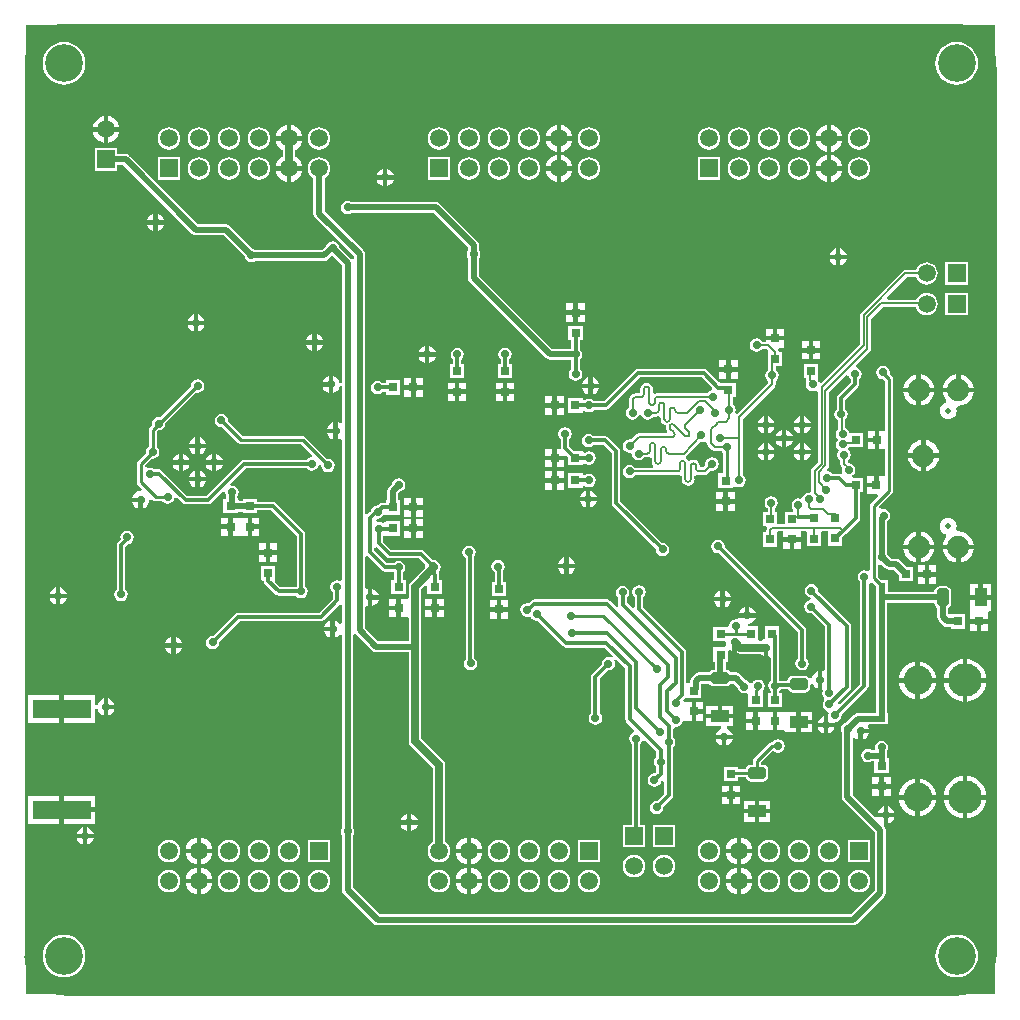
<source format=gbl>
G04*
G04 #@! TF.GenerationSoftware,Altium Limited,Altium Designer,20.2.5 (213)*
G04*
G04 Layer_Physical_Order=2*
G04 Layer_Color=16711680*
%FSLAX42Y42*%
%MOMM*%
G71*
G04*
G04 #@! TF.SameCoordinates,314019C8-8427-4676-9664-B8FEBD72C539*
G04*
G04*
G04 #@! TF.FilePolarity,Positive*
G04*
G01*
G75*
%ADD13C,0.25*%
%ADD20R,0.80X0.80*%
%ADD23R,0.80X0.80*%
%ADD24R,0.60X0.60*%
G04:AMPARAMS|DCode=25|XSize=0.6mm|YSize=0.6mm|CornerRadius=0.15mm|HoleSize=0mm|Usage=FLASHONLY|Rotation=270.000|XOffset=0mm|YOffset=0mm|HoleType=Round|Shape=RoundedRectangle|*
%AMROUNDEDRECTD25*
21,1,0.60,0.30,0,0,270.0*
21,1,0.30,0.60,0,0,270.0*
1,1,0.30,-0.15,-0.15*
1,1,0.30,-0.15,0.15*
1,1,0.30,0.15,0.15*
1,1,0.30,0.15,-0.15*
%
%ADD25ROUNDEDRECTD25*%
%ADD36R,4.90X1.60*%
%ADD99C,0.20*%
%ADD100C,0.30*%
%ADD101C,0.64*%
%ADD102C,0.51*%
%ADD104C,0.50*%
%ADD105C,1.88*%
%ADD106C,2.42*%
%ADD107C,2.85*%
%ADD108C,1.50*%
%ADD109R,1.50X1.50*%
%ADD110R,1.50X1.50*%
%ADD111C,3.20*%
%ADD112C,0.71*%
%ADD113R,1.00X1.50*%
G04:AMPARAMS|DCode=114|XSize=1mm|YSize=1.5mm|CornerRadius=0.25mm|HoleSize=0mm|Usage=FLASHONLY|Rotation=0.000|XOffset=0mm|YOffset=0mm|HoleType=Round|Shape=RoundedRectangle|*
%AMROUNDEDRECTD114*
21,1,1.00,1.00,0,0,0.0*
21,1,0.50,1.50,0,0,0.0*
1,1,0.50,0.25,-0.50*
1,1,0.50,-0.25,-0.50*
1,1,0.50,-0.25,0.50*
1,1,0.50,0.25,0.50*
%
%ADD114ROUNDEDRECTD114*%
G04:AMPARAMS|DCode=115|XSize=1mm|YSize=1.5mm|CornerRadius=0.25mm|HoleSize=0mm|Usage=FLASHONLY|Rotation=270.000|XOffset=0mm|YOffset=0mm|HoleType=Round|Shape=RoundedRectangle|*
%AMROUNDEDRECTD115*
21,1,1.00,1.00,0,0,270.0*
21,1,0.50,1.50,0,0,270.0*
1,1,0.50,-0.50,-0.25*
1,1,0.50,-0.50,0.25*
1,1,0.50,0.50,0.25*
1,1,0.50,0.50,-0.25*
%
%ADD115ROUNDEDRECTD115*%
%ADD116R,1.50X1.00*%
G36*
X10800Y2600D02*
X10800Y2600D01*
X2600D01*
Y4035D01*
X2618Y4042D01*
X2620Y4042D01*
X2882D01*
Y4160D01*
Y4278D01*
X2620D01*
X2618Y4278D01*
X2600Y4284D01*
Y4885D01*
X2618Y4892D01*
X2620Y4892D01*
X2882D01*
Y5010D01*
Y5128D01*
X2620D01*
X2618Y5128D01*
X2600Y5134D01*
Y10800D01*
X10800D01*
Y2600D01*
D02*
G37*
%LPC*%
G36*
X10478Y10659D02*
X10442Y10655D01*
X10408Y10645D01*
X10377Y10628D01*
X10349Y10606D01*
X10327Y10578D01*
X10310Y10547D01*
X10300Y10513D01*
X10296Y10478D01*
X10300Y10442D01*
X10310Y10408D01*
X10327Y10377D01*
X10349Y10349D01*
X10377Y10327D01*
X10408Y10310D01*
X10442Y10300D01*
X10478Y10296D01*
X10513Y10300D01*
X10547Y10310D01*
X10578Y10327D01*
X10606Y10349D01*
X10628Y10377D01*
X10645Y10408D01*
X10655Y10442D01*
X10659Y10478D01*
X10655Y10513D01*
X10645Y10547D01*
X10628Y10578D01*
X10606Y10606D01*
X10578Y10628D01*
X10547Y10645D01*
X10513Y10655D01*
X10478Y10659D01*
D02*
G37*
G36*
X2921D02*
X2886Y10655D01*
X2852Y10645D01*
X2820Y10628D01*
X2793Y10606D01*
X2770Y10578D01*
X2754Y10547D01*
X2743Y10513D01*
X2740Y10478D01*
X2743Y10442D01*
X2754Y10408D01*
X2770Y10377D01*
X2793Y10349D01*
X2820Y10327D01*
X2852Y10310D01*
X2886Y10300D01*
X2921Y10296D01*
X2956Y10300D01*
X2990Y10310D01*
X3022Y10327D01*
X3049Y10349D01*
X3072Y10377D01*
X3088Y10408D01*
X3099Y10442D01*
X3102Y10478D01*
X3099Y10513D01*
X3088Y10547D01*
X3072Y10578D01*
X3049Y10606D01*
X3022Y10628D01*
X2990Y10645D01*
X2956Y10655D01*
X2921Y10659D01*
D02*
G37*
G36*
X3296Y10030D02*
Y9938D01*
X3388D01*
X3387Y9948D01*
X3375Y9976D01*
X3357Y9999D01*
X3334Y10017D01*
X3306Y10029D01*
X3296Y10030D01*
D02*
G37*
G36*
X3258D02*
X3247Y10029D01*
X3220Y10017D01*
X3196Y9999D01*
X3178Y9976D01*
X3166Y9948D01*
X3165Y9938D01*
X3258D01*
Y10030D01*
D02*
G37*
G36*
X9417Y9954D02*
Y9862D01*
X9510D01*
X9508Y9872D01*
X9497Y9900D01*
X9479Y9923D01*
X9455Y9941D01*
X9428Y9953D01*
X9417Y9954D01*
D02*
G37*
G36*
X7131D02*
Y9862D01*
X7224D01*
X7222Y9872D01*
X7211Y9900D01*
X7193Y9923D01*
X7169Y9941D01*
X7142Y9953D01*
X7131Y9954D01*
D02*
G37*
G36*
X4845D02*
Y9862D01*
X4938D01*
X4936Y9872D01*
X4925Y9900D01*
X4907Y9923D01*
X4883Y9941D01*
X4856Y9953D01*
X4845Y9954D01*
D02*
G37*
G36*
X9379D02*
X9368Y9953D01*
X9341Y9941D01*
X9317Y9923D01*
X9299Y9900D01*
X9288Y9872D01*
X9286Y9862D01*
X9379D01*
Y9954D01*
D02*
G37*
G36*
X7093D02*
X7082Y9953D01*
X7055Y9941D01*
X7031Y9923D01*
X7013Y9900D01*
X7002Y9872D01*
X7000Y9862D01*
X7093D01*
Y9954D01*
D02*
G37*
G36*
X4807D02*
X4796Y9953D01*
X4769Y9941D01*
X4745Y9923D01*
X4727Y9900D01*
X4716Y9872D01*
X4714Y9862D01*
X4807D01*
Y9954D01*
D02*
G37*
G36*
X3388Y9900D02*
X3296D01*
Y9807D01*
X3306Y9809D01*
X3334Y9820D01*
X3357Y9838D01*
X3375Y9862D01*
X3387Y9889D01*
X3388Y9900D01*
D02*
G37*
G36*
X3258D02*
X3165D01*
X3166Y9889D01*
X3178Y9862D01*
X3196Y9838D01*
X3220Y9820D01*
X3247Y9809D01*
X3258Y9807D01*
Y9900D01*
D02*
G37*
G36*
X9652Y9939D02*
X9627Y9935D01*
X9604Y9926D01*
X9584Y9910D01*
X9569Y9891D01*
X9559Y9867D01*
X9556Y9843D01*
X9559Y9818D01*
X9569Y9794D01*
X9584Y9775D01*
X9604Y9759D01*
X9627Y9750D01*
X9652Y9746D01*
X9677Y9750D01*
X9700Y9759D01*
X9720Y9775D01*
X9735Y9794D01*
X9745Y9818D01*
X9748Y9843D01*
X9745Y9867D01*
X9735Y9891D01*
X9720Y9910D01*
X9700Y9926D01*
X9677Y9935D01*
X9652Y9939D01*
D02*
G37*
G36*
X9144D02*
X9119Y9935D01*
X9096Y9926D01*
X9076Y9910D01*
X9061Y9891D01*
X9051Y9867D01*
X9048Y9843D01*
X9051Y9818D01*
X9061Y9794D01*
X9076Y9775D01*
X9096Y9759D01*
X9119Y9750D01*
X9144Y9746D01*
X9169Y9750D01*
X9192Y9759D01*
X9212Y9775D01*
X9227Y9794D01*
X9237Y9818D01*
X9240Y9843D01*
X9237Y9867D01*
X9227Y9891D01*
X9212Y9910D01*
X9192Y9926D01*
X9169Y9935D01*
X9144Y9939D01*
D02*
G37*
G36*
X8890D02*
X8865Y9935D01*
X8842Y9926D01*
X8822Y9910D01*
X8807Y9891D01*
X8797Y9867D01*
X8794Y9843D01*
X8797Y9818D01*
X8807Y9794D01*
X8822Y9775D01*
X8842Y9759D01*
X8865Y9750D01*
X8890Y9746D01*
X8915Y9750D01*
X8938Y9759D01*
X8958Y9775D01*
X8973Y9794D01*
X8983Y9818D01*
X8986Y9843D01*
X8983Y9867D01*
X8973Y9891D01*
X8958Y9910D01*
X8938Y9926D01*
X8915Y9935D01*
X8890Y9939D01*
D02*
G37*
G36*
X8636D02*
X8611Y9935D01*
X8588Y9926D01*
X8568Y9910D01*
X8553Y9891D01*
X8543Y9867D01*
X8540Y9843D01*
X8543Y9818D01*
X8553Y9794D01*
X8568Y9775D01*
X8588Y9759D01*
X8611Y9750D01*
X8636Y9746D01*
X8661Y9750D01*
X8684Y9759D01*
X8704Y9775D01*
X8719Y9794D01*
X8729Y9818D01*
X8732Y9843D01*
X8729Y9867D01*
X8719Y9891D01*
X8704Y9910D01*
X8684Y9926D01*
X8661Y9935D01*
X8636Y9939D01*
D02*
G37*
G36*
X8382D02*
X8357Y9935D01*
X8334Y9926D01*
X8314Y9910D01*
X8299Y9891D01*
X8289Y9867D01*
X8286Y9843D01*
X8289Y9818D01*
X8299Y9794D01*
X8314Y9775D01*
X8334Y9759D01*
X8357Y9750D01*
X8382Y9746D01*
X8407Y9750D01*
X8430Y9759D01*
X8450Y9775D01*
X8465Y9794D01*
X8475Y9818D01*
X8478Y9843D01*
X8475Y9867D01*
X8465Y9891D01*
X8450Y9910D01*
X8430Y9926D01*
X8407Y9935D01*
X8382Y9939D01*
D02*
G37*
G36*
X7366D02*
X7341Y9935D01*
X7318Y9926D01*
X7298Y9910D01*
X7283Y9891D01*
X7273Y9867D01*
X7270Y9843D01*
X7273Y9818D01*
X7283Y9794D01*
X7298Y9775D01*
X7318Y9759D01*
X7341Y9750D01*
X7366Y9746D01*
X7391Y9750D01*
X7414Y9759D01*
X7434Y9775D01*
X7449Y9794D01*
X7459Y9818D01*
X7462Y9843D01*
X7459Y9867D01*
X7449Y9891D01*
X7434Y9910D01*
X7414Y9926D01*
X7391Y9935D01*
X7366Y9939D01*
D02*
G37*
G36*
X6858D02*
X6833Y9935D01*
X6810Y9926D01*
X6790Y9910D01*
X6775Y9891D01*
X6765Y9867D01*
X6762Y9843D01*
X6765Y9818D01*
X6775Y9794D01*
X6790Y9775D01*
X6810Y9759D01*
X6833Y9750D01*
X6858Y9746D01*
X6883Y9750D01*
X6906Y9759D01*
X6926Y9775D01*
X6941Y9794D01*
X6951Y9818D01*
X6954Y9843D01*
X6951Y9867D01*
X6941Y9891D01*
X6926Y9910D01*
X6906Y9926D01*
X6883Y9935D01*
X6858Y9939D01*
D02*
G37*
G36*
X6604D02*
X6579Y9935D01*
X6556Y9926D01*
X6536Y9910D01*
X6521Y9891D01*
X6511Y9867D01*
X6508Y9843D01*
X6511Y9818D01*
X6521Y9794D01*
X6536Y9775D01*
X6556Y9759D01*
X6579Y9750D01*
X6604Y9746D01*
X6629Y9750D01*
X6652Y9759D01*
X6672Y9775D01*
X6687Y9794D01*
X6697Y9818D01*
X6700Y9843D01*
X6697Y9867D01*
X6687Y9891D01*
X6672Y9910D01*
X6652Y9926D01*
X6629Y9935D01*
X6604Y9939D01*
D02*
G37*
G36*
X6350D02*
X6325Y9935D01*
X6302Y9926D01*
X6282Y9910D01*
X6267Y9891D01*
X6257Y9867D01*
X6254Y9843D01*
X6257Y9818D01*
X6267Y9794D01*
X6282Y9775D01*
X6302Y9759D01*
X6325Y9750D01*
X6350Y9746D01*
X6375Y9750D01*
X6398Y9759D01*
X6418Y9775D01*
X6433Y9794D01*
X6443Y9818D01*
X6446Y9843D01*
X6443Y9867D01*
X6433Y9891D01*
X6418Y9910D01*
X6398Y9926D01*
X6375Y9935D01*
X6350Y9939D01*
D02*
G37*
G36*
X6096D02*
X6071Y9935D01*
X6048Y9926D01*
X6028Y9910D01*
X6013Y9891D01*
X6003Y9867D01*
X6000Y9843D01*
X6003Y9818D01*
X6013Y9794D01*
X6028Y9775D01*
X6048Y9759D01*
X6071Y9750D01*
X6096Y9746D01*
X6121Y9750D01*
X6144Y9759D01*
X6164Y9775D01*
X6179Y9794D01*
X6189Y9818D01*
X6192Y9843D01*
X6189Y9867D01*
X6179Y9891D01*
X6164Y9910D01*
X6144Y9926D01*
X6121Y9935D01*
X6096Y9939D01*
D02*
G37*
G36*
X5080D02*
X5055Y9935D01*
X5032Y9926D01*
X5012Y9910D01*
X4997Y9891D01*
X4987Y9867D01*
X4984Y9843D01*
X4987Y9818D01*
X4997Y9794D01*
X5012Y9775D01*
X5032Y9759D01*
X5055Y9750D01*
X5080Y9746D01*
X5105Y9750D01*
X5128Y9759D01*
X5148Y9775D01*
X5163Y9794D01*
X5173Y9818D01*
X5176Y9843D01*
X5173Y9867D01*
X5163Y9891D01*
X5148Y9910D01*
X5128Y9926D01*
X5105Y9935D01*
X5080Y9939D01*
D02*
G37*
G36*
X4572D02*
X4547Y9935D01*
X4524Y9926D01*
X4504Y9910D01*
X4489Y9891D01*
X4479Y9867D01*
X4476Y9843D01*
X4479Y9818D01*
X4489Y9794D01*
X4504Y9775D01*
X4524Y9759D01*
X4547Y9750D01*
X4572Y9746D01*
X4597Y9750D01*
X4620Y9759D01*
X4640Y9775D01*
X4655Y9794D01*
X4665Y9818D01*
X4668Y9843D01*
X4665Y9867D01*
X4655Y9891D01*
X4640Y9910D01*
X4620Y9926D01*
X4597Y9935D01*
X4572Y9939D01*
D02*
G37*
G36*
X4318D02*
X4293Y9935D01*
X4270Y9926D01*
X4250Y9910D01*
X4235Y9891D01*
X4225Y9867D01*
X4222Y9843D01*
X4225Y9818D01*
X4235Y9794D01*
X4250Y9775D01*
X4270Y9759D01*
X4293Y9750D01*
X4318Y9746D01*
X4343Y9750D01*
X4366Y9759D01*
X4386Y9775D01*
X4401Y9794D01*
X4411Y9818D01*
X4414Y9843D01*
X4411Y9867D01*
X4401Y9891D01*
X4386Y9910D01*
X4366Y9926D01*
X4343Y9935D01*
X4318Y9939D01*
D02*
G37*
G36*
X4064D02*
X4039Y9935D01*
X4016Y9926D01*
X3996Y9910D01*
X3981Y9891D01*
X3971Y9867D01*
X3968Y9843D01*
X3971Y9818D01*
X3981Y9794D01*
X3996Y9775D01*
X4016Y9759D01*
X4039Y9750D01*
X4064Y9746D01*
X4089Y9750D01*
X4112Y9759D01*
X4132Y9775D01*
X4147Y9794D01*
X4157Y9818D01*
X4160Y9843D01*
X4157Y9867D01*
X4147Y9891D01*
X4132Y9910D01*
X4112Y9926D01*
X4089Y9935D01*
X4064Y9939D01*
D02*
G37*
G36*
X3810D02*
X3785Y9935D01*
X3762Y9926D01*
X3742Y9910D01*
X3727Y9891D01*
X3717Y9867D01*
X3714Y9843D01*
X3717Y9818D01*
X3727Y9794D01*
X3742Y9775D01*
X3762Y9759D01*
X3785Y9750D01*
X3810Y9746D01*
X3835Y9750D01*
X3858Y9759D01*
X3878Y9775D01*
X3893Y9794D01*
X3903Y9818D01*
X3906Y9843D01*
X3903Y9867D01*
X3893Y9891D01*
X3878Y9910D01*
X3858Y9926D01*
X3835Y9935D01*
X3810Y9939D01*
D02*
G37*
G36*
X9510Y9823D02*
X9417D01*
Y9731D01*
X9428Y9732D01*
X9455Y9744D01*
X9479Y9762D01*
X9497Y9785D01*
X9508Y9813D01*
X9510Y9823D01*
D02*
G37*
G36*
X7224D02*
X7131D01*
Y9731D01*
X7142Y9732D01*
X7169Y9744D01*
X7193Y9762D01*
X7211Y9785D01*
X7222Y9813D01*
X7224Y9823D01*
D02*
G37*
G36*
X9379D02*
X9286D01*
X9288Y9813D01*
X9299Y9785D01*
X9317Y9762D01*
X9341Y9744D01*
X9368Y9732D01*
X9379Y9731D01*
Y9823D01*
D02*
G37*
G36*
X7093D02*
X7000D01*
X7002Y9813D01*
X7013Y9785D01*
X7031Y9762D01*
X7055Y9744D01*
X7082Y9732D01*
X7093Y9731D01*
Y9823D01*
D02*
G37*
G36*
X9417Y9700D02*
Y9608D01*
X9510D01*
X9508Y9618D01*
X9497Y9646D01*
X9479Y9669D01*
X9455Y9687D01*
X9428Y9699D01*
X9417Y9700D01*
D02*
G37*
G36*
X7131D02*
Y9608D01*
X7224D01*
X7222Y9618D01*
X7211Y9646D01*
X7193Y9669D01*
X7169Y9687D01*
X7142Y9699D01*
X7131Y9700D01*
D02*
G37*
G36*
X9379D02*
X9368Y9699D01*
X9341Y9687D01*
X9317Y9669D01*
X9299Y9646D01*
X9288Y9618D01*
X9286Y9608D01*
X9379D01*
Y9700D01*
D02*
G37*
G36*
X7093D02*
X7082Y9699D01*
X7055Y9687D01*
X7031Y9669D01*
X7013Y9646D01*
X7002Y9618D01*
X7000Y9608D01*
X7093D01*
Y9700D01*
D02*
G37*
G36*
X4938Y9823D02*
X4826D01*
X4714D01*
X4716Y9813D01*
X4727Y9785D01*
X4745Y9762D01*
X4769Y9744D01*
X4773Y9742D01*
Y9689D01*
X4769Y9687D01*
X4745Y9669D01*
X4727Y9646D01*
X4716Y9618D01*
X4714Y9608D01*
X4826D01*
X4938D01*
X4936Y9618D01*
X4925Y9646D01*
X4907Y9669D01*
X4883Y9687D01*
X4879Y9689D01*
Y9742D01*
X4883Y9744D01*
X4907Y9762D01*
X4925Y9785D01*
X4936Y9813D01*
X4938Y9823D01*
D02*
G37*
G36*
X5658Y9584D02*
Y9531D01*
X5711D01*
X5711Y9532D01*
X5703Y9549D01*
X5691Y9565D01*
X5676Y9577D01*
X5658Y9584D01*
X5658Y9584D01*
D02*
G37*
G36*
X5620D02*
X5620Y9584D01*
X5602Y9577D01*
X5586Y9565D01*
X5574Y9549D01*
X5567Y9532D01*
X5567Y9531D01*
X5620D01*
Y9584D01*
D02*
G37*
G36*
X8477Y9684D02*
X8287D01*
Y9493D01*
X8477D01*
Y9684D01*
D02*
G37*
G36*
X6191D02*
X6001D01*
Y9493D01*
X6191D01*
Y9684D01*
D02*
G37*
G36*
X3905D02*
X3715D01*
Y9493D01*
X3905D01*
Y9684D01*
D02*
G37*
G36*
X9652Y9685D02*
X9627Y9681D01*
X9604Y9672D01*
X9584Y9656D01*
X9569Y9637D01*
X9559Y9613D01*
X9556Y9589D01*
X9559Y9564D01*
X9569Y9540D01*
X9584Y9521D01*
X9604Y9505D01*
X9627Y9496D01*
X9652Y9492D01*
X9677Y9496D01*
X9700Y9505D01*
X9720Y9521D01*
X9735Y9540D01*
X9745Y9564D01*
X9748Y9589D01*
X9745Y9613D01*
X9735Y9637D01*
X9720Y9656D01*
X9700Y9672D01*
X9677Y9681D01*
X9652Y9685D01*
D02*
G37*
G36*
X9144D02*
X9119Y9681D01*
X9096Y9672D01*
X9076Y9656D01*
X9061Y9637D01*
X9051Y9613D01*
X9048Y9589D01*
X9051Y9564D01*
X9061Y9540D01*
X9076Y9521D01*
X9096Y9505D01*
X9119Y9496D01*
X9144Y9492D01*
X9169Y9496D01*
X9192Y9505D01*
X9212Y9521D01*
X9227Y9540D01*
X9237Y9564D01*
X9240Y9589D01*
X9237Y9613D01*
X9227Y9637D01*
X9212Y9656D01*
X9192Y9672D01*
X9169Y9681D01*
X9144Y9685D01*
D02*
G37*
G36*
X8890D02*
X8865Y9681D01*
X8842Y9672D01*
X8822Y9656D01*
X8807Y9637D01*
X8797Y9613D01*
X8794Y9589D01*
X8797Y9564D01*
X8807Y9540D01*
X8822Y9521D01*
X8842Y9505D01*
X8865Y9496D01*
X8890Y9492D01*
X8915Y9496D01*
X8938Y9505D01*
X8958Y9521D01*
X8973Y9540D01*
X8983Y9564D01*
X8986Y9589D01*
X8983Y9613D01*
X8973Y9637D01*
X8958Y9656D01*
X8938Y9672D01*
X8915Y9681D01*
X8890Y9685D01*
D02*
G37*
G36*
X8636D02*
X8611Y9681D01*
X8588Y9672D01*
X8568Y9656D01*
X8553Y9637D01*
X8543Y9613D01*
X8540Y9589D01*
X8543Y9564D01*
X8553Y9540D01*
X8568Y9521D01*
X8588Y9505D01*
X8611Y9496D01*
X8636Y9492D01*
X8661Y9496D01*
X8684Y9505D01*
X8704Y9521D01*
X8719Y9540D01*
X8729Y9564D01*
X8732Y9589D01*
X8729Y9613D01*
X8719Y9637D01*
X8704Y9656D01*
X8684Y9672D01*
X8661Y9681D01*
X8636Y9685D01*
D02*
G37*
G36*
X7366D02*
X7341Y9681D01*
X7318Y9672D01*
X7298Y9656D01*
X7283Y9637D01*
X7273Y9613D01*
X7270Y9589D01*
X7273Y9564D01*
X7283Y9540D01*
X7298Y9521D01*
X7318Y9505D01*
X7341Y9496D01*
X7366Y9492D01*
X7391Y9496D01*
X7414Y9505D01*
X7434Y9521D01*
X7449Y9540D01*
X7459Y9564D01*
X7462Y9589D01*
X7459Y9613D01*
X7449Y9637D01*
X7434Y9656D01*
X7414Y9672D01*
X7391Y9681D01*
X7366Y9685D01*
D02*
G37*
G36*
X6858D02*
X6833Y9681D01*
X6810Y9672D01*
X6790Y9656D01*
X6775Y9637D01*
X6765Y9613D01*
X6762Y9589D01*
X6765Y9564D01*
X6775Y9540D01*
X6790Y9521D01*
X6810Y9505D01*
X6833Y9496D01*
X6858Y9492D01*
X6883Y9496D01*
X6906Y9505D01*
X6926Y9521D01*
X6941Y9540D01*
X6951Y9564D01*
X6954Y9589D01*
X6951Y9613D01*
X6941Y9637D01*
X6926Y9656D01*
X6906Y9672D01*
X6883Y9681D01*
X6858Y9685D01*
D02*
G37*
G36*
X6604D02*
X6579Y9681D01*
X6556Y9672D01*
X6536Y9656D01*
X6521Y9637D01*
X6511Y9613D01*
X6508Y9589D01*
X6511Y9564D01*
X6521Y9540D01*
X6536Y9521D01*
X6556Y9505D01*
X6579Y9496D01*
X6604Y9492D01*
X6629Y9496D01*
X6652Y9505D01*
X6672Y9521D01*
X6687Y9540D01*
X6697Y9564D01*
X6700Y9589D01*
X6697Y9613D01*
X6687Y9637D01*
X6672Y9656D01*
X6652Y9672D01*
X6629Y9681D01*
X6604Y9685D01*
D02*
G37*
G36*
X6350D02*
X6325Y9681D01*
X6302Y9672D01*
X6282Y9656D01*
X6267Y9637D01*
X6257Y9613D01*
X6254Y9589D01*
X6257Y9564D01*
X6267Y9540D01*
X6282Y9521D01*
X6302Y9505D01*
X6325Y9496D01*
X6350Y9492D01*
X6375Y9496D01*
X6398Y9505D01*
X6418Y9521D01*
X6433Y9540D01*
X6443Y9564D01*
X6446Y9589D01*
X6443Y9613D01*
X6433Y9637D01*
X6418Y9656D01*
X6398Y9672D01*
X6375Y9681D01*
X6350Y9685D01*
D02*
G37*
G36*
X4572D02*
X4547Y9681D01*
X4524Y9672D01*
X4504Y9656D01*
X4489Y9637D01*
X4479Y9613D01*
X4476Y9589D01*
X4479Y9564D01*
X4489Y9540D01*
X4504Y9521D01*
X4524Y9505D01*
X4547Y9496D01*
X4572Y9492D01*
X4597Y9496D01*
X4620Y9505D01*
X4640Y9521D01*
X4655Y9540D01*
X4665Y9564D01*
X4668Y9589D01*
X4665Y9613D01*
X4655Y9637D01*
X4640Y9656D01*
X4620Y9672D01*
X4597Y9681D01*
X4572Y9685D01*
D02*
G37*
G36*
X4318D02*
X4293Y9681D01*
X4270Y9672D01*
X4250Y9656D01*
X4235Y9637D01*
X4225Y9613D01*
X4222Y9589D01*
X4225Y9564D01*
X4235Y9540D01*
X4250Y9521D01*
X4270Y9505D01*
X4293Y9496D01*
X4318Y9492D01*
X4343Y9496D01*
X4366Y9505D01*
X4386Y9521D01*
X4401Y9540D01*
X4411Y9564D01*
X4414Y9589D01*
X4411Y9613D01*
X4401Y9637D01*
X4386Y9656D01*
X4366Y9672D01*
X4343Y9681D01*
X4318Y9685D01*
D02*
G37*
G36*
X4064D02*
X4039Y9681D01*
X4016Y9672D01*
X3996Y9656D01*
X3981Y9637D01*
X3971Y9613D01*
X3968Y9589D01*
X3971Y9564D01*
X3981Y9540D01*
X3996Y9521D01*
X4016Y9505D01*
X4039Y9496D01*
X4064Y9492D01*
X4089Y9496D01*
X4112Y9505D01*
X4132Y9521D01*
X4147Y9540D01*
X4157Y9564D01*
X4160Y9589D01*
X4157Y9613D01*
X4147Y9637D01*
X4132Y9656D01*
X4112Y9672D01*
X4089Y9681D01*
X4064Y9685D01*
D02*
G37*
G36*
X9510Y9569D02*
X9417D01*
Y9477D01*
X9428Y9478D01*
X9455Y9490D01*
X9479Y9508D01*
X9497Y9531D01*
X9508Y9559D01*
X9510Y9569D01*
D02*
G37*
G36*
X7224D02*
X7131D01*
Y9477D01*
X7142Y9478D01*
X7169Y9490D01*
X7193Y9508D01*
X7211Y9531D01*
X7222Y9559D01*
X7224Y9569D01*
D02*
G37*
G36*
X4938D02*
X4845D01*
Y9477D01*
X4856Y9478D01*
X4883Y9490D01*
X4907Y9508D01*
X4925Y9531D01*
X4936Y9559D01*
X4938Y9569D01*
D02*
G37*
G36*
X9379D02*
X9286D01*
X9288Y9559D01*
X9299Y9531D01*
X9317Y9508D01*
X9341Y9490D01*
X9368Y9478D01*
X9379Y9477D01*
Y9569D01*
D02*
G37*
G36*
X7093D02*
X7000D01*
X7002Y9559D01*
X7013Y9531D01*
X7031Y9508D01*
X7055Y9490D01*
X7082Y9478D01*
X7093Y9477D01*
Y9569D01*
D02*
G37*
G36*
X4807D02*
X4714D01*
X4716Y9559D01*
X4727Y9531D01*
X4745Y9508D01*
X4769Y9490D01*
X4796Y9478D01*
X4807Y9477D01*
Y9569D01*
D02*
G37*
G36*
X5711Y9493D02*
X5658D01*
Y9441D01*
X5658Y9441D01*
X5676Y9448D01*
X5691Y9460D01*
X5703Y9475D01*
X5711Y9493D01*
X5711Y9493D01*
D02*
G37*
G36*
X5620D02*
X5567D01*
X5567Y9493D01*
X5574Y9475D01*
X5586Y9460D01*
X5602Y9448D01*
X5620Y9441D01*
X5620Y9441D01*
Y9493D01*
D02*
G37*
G36*
X3715Y9203D02*
Y9150D01*
X3767D01*
X3767Y9151D01*
X3760Y9168D01*
X3748Y9184D01*
X3733Y9196D01*
X3715Y9203D01*
X3715Y9203D01*
D02*
G37*
G36*
X3677D02*
X3676Y9203D01*
X3659Y9196D01*
X3643Y9184D01*
X3631Y9168D01*
X3624Y9151D01*
X3624Y9150D01*
X3677D01*
Y9203D01*
D02*
G37*
G36*
X3767Y9112D02*
X3715D01*
Y9060D01*
X3715Y9060D01*
X3733Y9067D01*
X3748Y9079D01*
X3760Y9094D01*
X3767Y9112D01*
X3767Y9112D01*
D02*
G37*
G36*
X3677D02*
X3624D01*
X3624Y9112D01*
X3631Y9094D01*
X3643Y9079D01*
X3659Y9067D01*
X3676Y9060D01*
X3677Y9060D01*
Y9112D01*
D02*
G37*
G36*
X9493Y8911D02*
Y8858D01*
X9546D01*
X9546Y8858D01*
X9539Y8876D01*
X9527Y8892D01*
X9511Y8904D01*
X9493Y8911D01*
X9493Y8911D01*
D02*
G37*
G36*
X9455D02*
X9455Y8911D01*
X9437Y8904D01*
X9422Y8892D01*
X9410Y8876D01*
X9402Y8858D01*
X9402Y8858D01*
X9455D01*
Y8911D01*
D02*
G37*
G36*
X9546Y8820D02*
X9493D01*
Y8767D01*
X9493Y8767D01*
X9511Y8775D01*
X9527Y8787D01*
X9539Y8802D01*
X9546Y8820D01*
X9546Y8820D01*
D02*
G37*
G36*
X9455D02*
X9402D01*
X9402Y8820D01*
X9410Y8802D01*
X9422Y8787D01*
X9437Y8775D01*
X9455Y8767D01*
X9455Y8767D01*
Y8820D01*
D02*
G37*
G36*
X10573Y8795D02*
X10382D01*
Y8604D01*
X10573D01*
Y8795D01*
D02*
G37*
G36*
X10224Y8796D02*
X10199Y8792D01*
X10175Y8783D01*
X10156Y8767D01*
X10140Y8748D01*
X10133Y8731D01*
X10045D01*
X10033Y8728D01*
X10023Y8721D01*
X9668Y8366D01*
X9661Y8356D01*
X9659Y8344D01*
Y8102D01*
X9333Y7776D01*
X9312Y7781D01*
X9310Y7783D01*
X9303Y7793D01*
X9306Y7814D01*
X9306D01*
Y7934D01*
X9185D01*
Y7814D01*
X9202D01*
Y7798D01*
X9204Y7786D01*
X9206Y7783D01*
X9206Y7782D01*
X9201Y7760D01*
X9206Y7738D01*
X9218Y7719D01*
X9236Y7707D01*
X9258Y7703D01*
X9280Y7707D01*
X9283Y7709D01*
X9303Y7698D01*
Y7102D01*
X9254Y7053D01*
X9247Y7043D01*
X9245Y7031D01*
Y6856D01*
X9229Y6843D01*
X9225Y6844D01*
X9203Y6840D01*
X9185Y6827D01*
X9173Y6809D01*
X9172Y6808D01*
X9161Y6791D01*
X9150Y6793D01*
X9139Y6796D01*
X9117Y6791D01*
X9099Y6779D01*
X9086Y6760D01*
X9082Y6739D01*
X9086Y6717D01*
X9096Y6702D01*
X9091Y6688D01*
X9087Y6682D01*
X9025D01*
Y6578D01*
X8958D01*
Y6682D01*
X8940D01*
Y6711D01*
X8949Y6717D01*
X8961Y6736D01*
X8966Y6757D01*
X8961Y6779D01*
X8949Y6798D01*
X8931Y6810D01*
X8909Y6814D01*
X8887Y6810D01*
X8868Y6798D01*
X8856Y6779D01*
X8852Y6757D01*
X8856Y6736D01*
X8868Y6717D01*
X8878Y6711D01*
Y6682D01*
X8837D01*
Y6561D01*
X8863D01*
X8872Y6541D01*
X8869Y6537D01*
X8867Y6525D01*
Y6507D01*
X8837D01*
Y6386D01*
X8958D01*
Y6507D01*
X8975Y6516D01*
X9007D01*
Y6466D01*
X9086D01*
X9164D01*
Y6516D01*
X9191D01*
X9211Y6513D01*
Y6393D01*
X9331D01*
Y6513D01*
X9351Y6516D01*
X9388D01*
Y6395D01*
X9509D01*
Y6465D01*
X9539Y6495D01*
X9539Y6495D01*
X9649Y6604D01*
X9649Y6604D01*
X9656Y6616D01*
X9659Y6630D01*
X9659Y6630D01*
Y6848D01*
X9683D01*
Y6969D01*
X9600D01*
X9594Y6989D01*
X9603Y6996D01*
X9616Y7014D01*
X9620Y7036D01*
X9616Y7058D01*
X9603Y7076D01*
X9585Y7088D01*
X9564Y7093D01*
X9559Y7098D01*
X9560Y7119D01*
X9565Y7123D01*
X9578Y7141D01*
X9582Y7163D01*
X9578Y7185D01*
X9565Y7203D01*
X9553Y7212D01*
X9564Y7229D01*
X9598D01*
X9601Y7229D01*
X9688D01*
Y7350D01*
X9568D01*
X9568Y7350D01*
X9565Y7362D01*
X9561Y7368D01*
X9561Y7368D01*
X9561Y7368D01*
X9553Y7381D01*
X9537Y7391D01*
Y7464D01*
X9540Y7465D01*
X9552Y7484D01*
X9557Y7506D01*
X9552Y7528D01*
X9540Y7546D01*
X9536Y7549D01*
Y7630D01*
X9645Y7739D01*
X9645Y7739D01*
X9652Y7751D01*
X9655Y7765D01*
Y7803D01*
X9659Y7806D01*
X9672Y7824D01*
X9676Y7846D01*
X9672Y7868D01*
X9659Y7886D01*
X9641Y7899D01*
X9636Y7900D01*
X9629Y7922D01*
X9745Y8037D01*
X9752Y8048D01*
X9754Y8059D01*
Y8316D01*
X9853Y8414D01*
X10131D01*
X10140Y8392D01*
X10156Y8372D01*
X10175Y8357D01*
X10199Y8348D01*
X10224Y8344D01*
X10248Y8348D01*
X10272Y8357D01*
X10291Y8372D01*
X10307Y8392D01*
X10316Y8416D01*
X10320Y8440D01*
X10316Y8465D01*
X10307Y8488D01*
X10291Y8508D01*
X10272Y8524D01*
X10248Y8533D01*
X10224Y8537D01*
X10199Y8533D01*
X10175Y8524D01*
X10156Y8508D01*
X10140Y8488D01*
X10135Y8477D01*
X9893D01*
X9885Y8495D01*
X10058Y8668D01*
X10133D01*
X10140Y8651D01*
X10156Y8632D01*
X10175Y8616D01*
X10199Y8607D01*
X10224Y8603D01*
X10248Y8607D01*
X10272Y8616D01*
X10291Y8632D01*
X10307Y8651D01*
X10316Y8675D01*
X10320Y8700D01*
X10316Y8724D01*
X10307Y8748D01*
X10291Y8767D01*
X10272Y8783D01*
X10248Y8792D01*
X10224Y8796D01*
D02*
G37*
G36*
X7330Y8446D02*
X7271D01*
Y8387D01*
X7330D01*
Y8446D01*
D02*
G37*
G36*
X7233D02*
X7174D01*
Y8387D01*
X7233D01*
Y8446D01*
D02*
G37*
G36*
X10573Y8536D02*
X10382D01*
Y8345D01*
X10573D01*
Y8536D01*
D02*
G37*
G36*
X4058Y8352D02*
Y8299D01*
X4110D01*
X4110Y8300D01*
X4103Y8318D01*
X4091Y8333D01*
X4076Y8345D01*
X4058Y8352D01*
X4058Y8352D01*
D02*
G37*
G36*
X4020D02*
X4019Y8352D01*
X4001Y8345D01*
X3986Y8333D01*
X3974Y8318D01*
X3967Y8300D01*
X3967Y8299D01*
X4020D01*
Y8352D01*
D02*
G37*
G36*
X7330Y8349D02*
X7271D01*
Y8290D01*
X7330D01*
Y8349D01*
D02*
G37*
G36*
X7233D02*
X7174D01*
Y8290D01*
X7233D01*
Y8349D01*
D02*
G37*
G36*
X4110Y8261D02*
X4058D01*
Y8209D01*
X4058Y8209D01*
X4076Y8216D01*
X4091Y8228D01*
X4103Y8243D01*
X4110Y8261D01*
X4110Y8261D01*
D02*
G37*
G36*
X4020D02*
X3967D01*
X3967Y8261D01*
X3974Y8243D01*
X3986Y8228D01*
X4001Y8216D01*
X4019Y8209D01*
X4020Y8209D01*
Y8261D01*
D02*
G37*
G36*
X9019Y8229D02*
X8960D01*
Y8170D01*
X9019D01*
Y8229D01*
D02*
G37*
G36*
X8922D02*
X8863D01*
Y8170D01*
X8922D01*
Y8229D01*
D02*
G37*
G36*
X5061Y8187D02*
Y8134D01*
X5114D01*
X5114Y8135D01*
X5106Y8152D01*
X5094Y8168D01*
X5079Y8180D01*
X5061Y8187D01*
X5061Y8187D01*
D02*
G37*
G36*
X5023D02*
X5023Y8187D01*
X5005Y8180D01*
X4989Y8168D01*
X4978Y8152D01*
X4970Y8135D01*
X4970Y8134D01*
X5023D01*
Y8187D01*
D02*
G37*
G36*
X9324Y8127D02*
X9265D01*
Y8068D01*
X9324D01*
Y8127D01*
D02*
G37*
G36*
X9227D02*
X9168D01*
Y8068D01*
X9227D01*
Y8127D01*
D02*
G37*
G36*
X5114Y8096D02*
X5061D01*
Y8044D01*
X5061Y8044D01*
X5079Y8051D01*
X5094Y8063D01*
X5106Y8078D01*
X5114Y8096D01*
X5114Y8096D01*
D02*
G37*
G36*
X5023D02*
X4970D01*
X4970Y8096D01*
X4978Y8078D01*
X4989Y8063D01*
X5005Y8051D01*
X5023Y8044D01*
X5023Y8044D01*
Y8096D01*
D02*
G37*
G36*
X6013Y8085D02*
Y8033D01*
X6066D01*
X6066Y8033D01*
X6059Y8051D01*
X6047Y8066D01*
X6032Y8078D01*
X6014Y8085D01*
X6013Y8085D01*
D02*
G37*
G36*
X5975D02*
X5975Y8085D01*
X5957Y8078D01*
X5942Y8066D01*
X5930Y8051D01*
X5923Y8033D01*
X5923Y8033D01*
X5975D01*
Y8085D01*
D02*
G37*
G36*
X9324Y8030D02*
X9265D01*
Y7971D01*
X9324D01*
Y8030D01*
D02*
G37*
G36*
X9227D02*
X9168D01*
Y7971D01*
X9227D01*
Y8030D01*
D02*
G37*
G36*
X6066Y7995D02*
X6013D01*
Y7942D01*
X6014Y7942D01*
X6032Y7949D01*
X6047Y7961D01*
X6059Y7977D01*
X6066Y7994D01*
X6066Y7995D01*
D02*
G37*
G36*
X5975D02*
X5923D01*
X5923Y7994D01*
X5930Y7977D01*
X5942Y7961D01*
X5957Y7949D01*
X5975Y7942D01*
X5975Y7942D01*
Y7995D01*
D02*
G37*
G36*
X8624Y7966D02*
X8565D01*
Y7907D01*
X8624D01*
Y7966D01*
D02*
G37*
G36*
X8527D02*
X8468D01*
Y7907D01*
X8527D01*
Y7966D01*
D02*
G37*
G36*
X6655Y8071D02*
X6633Y8066D01*
X6615Y8054D01*
X6602Y8036D01*
X6598Y8014D01*
X6602Y7992D01*
X6615Y7973D01*
X6619Y7971D01*
Y7933D01*
X6594D01*
Y7812D01*
X6715D01*
Y7933D01*
X6691D01*
Y7971D01*
X6695Y7973D01*
X6707Y7992D01*
X6712Y8014D01*
X6707Y8036D01*
X6695Y8054D01*
X6677Y8066D01*
X6655Y8071D01*
D02*
G37*
G36*
X6250D02*
X6228Y8066D01*
X6210Y8054D01*
X6197Y8036D01*
X6193Y8014D01*
X6197Y7992D01*
X6210Y7973D01*
X6212Y7972D01*
Y7933D01*
X6188D01*
Y7812D01*
X6309D01*
Y7933D01*
X6285D01*
Y7970D01*
X6290Y7973D01*
X6303Y7992D01*
X6307Y8014D01*
X6303Y8036D01*
X6290Y8054D01*
X6272Y8066D01*
X6250Y8071D01*
D02*
G37*
G36*
X8624Y7869D02*
X8565D01*
Y7810D01*
X8624D01*
Y7869D01*
D02*
G37*
G36*
X8527D02*
X8468D01*
Y7810D01*
X8527D01*
Y7869D01*
D02*
G37*
G36*
X5321Y9315D02*
X5299Y9311D01*
X5281Y9299D01*
X5269Y9280D01*
X5264Y9258D01*
X5269Y9236D01*
X5281Y9218D01*
X5299Y9206D01*
X5321Y9201D01*
X5343Y9206D01*
X5352Y9212D01*
X6051D01*
X6341Y8921D01*
Y8895D01*
X6335Y8886D01*
X6331Y8865D01*
X6335Y8843D01*
X6341Y8834D01*
Y8661D01*
X6345Y8644D01*
X6355Y8628D01*
X7003Y7981D01*
X7018Y7971D01*
X7036Y7967D01*
X7215D01*
Y7892D01*
X7211Y7889D01*
X7199Y7870D01*
X7195Y7849D01*
X7199Y7827D01*
X7211Y7808D01*
X7230Y7796D01*
X7252Y7792D01*
X7274Y7796D01*
X7292Y7808D01*
X7304Y7827D01*
X7309Y7849D01*
X7304Y7870D01*
X7292Y7889D01*
X7288Y7892D01*
Y7971D01*
X7292Y7973D01*
X7304Y7992D01*
X7309Y8014D01*
X7304Y8036D01*
X7292Y8054D01*
X7288Y8057D01*
Y8133D01*
X7312D01*
Y8253D01*
X7191D01*
Y8133D01*
X7215D01*
Y8060D01*
X7055D01*
X6435Y8681D01*
Y8834D01*
X6441Y8843D01*
X6445Y8865D01*
X6441Y8886D01*
X6435Y8895D01*
Y8941D01*
X6431Y8959D01*
X6421Y8974D01*
X6104Y9291D01*
X6088Y9301D01*
X6071Y9305D01*
X5352D01*
X5343Y9311D01*
X5321Y9315D01*
D02*
G37*
G36*
X5163Y7831D02*
X5162Y7831D01*
X5144Y7824D01*
X5129Y7812D01*
X5117Y7797D01*
X5110Y7779D01*
X5110Y7779D01*
X5163D01*
Y7831D01*
D02*
G37*
G36*
X3372Y9760D02*
X3181D01*
Y9569D01*
X3372D01*
Y9618D01*
X3422D01*
X4006Y9035D01*
X4021Y9025D01*
X4039Y9021D01*
X4273D01*
X4454Y8841D01*
X4456Y8830D01*
X4468Y8812D01*
X4487Y8799D01*
X4508Y8795D01*
X4530Y8799D01*
X4539Y8805D01*
X5125D01*
X5143Y8809D01*
X5158Y8819D01*
X5192Y8852D01*
X5275Y8769D01*
Y7773D01*
X5254Y7771D01*
X5253Y7779D01*
X5246Y7797D01*
X5234Y7812D01*
X5219Y7824D01*
X5201Y7831D01*
X5201Y7831D01*
Y7760D01*
Y7688D01*
X5201Y7688D01*
X5219Y7695D01*
X5234Y7707D01*
X5246Y7723D01*
X5253Y7740D01*
X5254Y7748D01*
X5275Y7747D01*
Y7442D01*
X5264Y7435D01*
X5254Y7431D01*
X5239Y7438D01*
X5239Y7438D01*
Y7366D01*
Y7294D01*
X5239Y7294D01*
X5254Y7301D01*
X5264Y7297D01*
X5275Y7290D01*
Y6109D01*
X5254Y6098D01*
X5254Y6098D01*
X5232Y6102D01*
X5211Y6098D01*
X5192Y6085D01*
X5180Y6067D01*
X5175Y6045D01*
X5180Y6023D01*
X5192Y6005D01*
X5196Y6002D01*
Y5946D01*
X5078Y5827D01*
X4394D01*
X4394Y5827D01*
X4380Y5825D01*
X4369Y5817D01*
X4369Y5817D01*
X4183Y5631D01*
X4178Y5632D01*
X4156Y5628D01*
X4138Y5616D01*
X4126Y5597D01*
X4121Y5575D01*
X4126Y5553D01*
X4138Y5535D01*
X4156Y5523D01*
X4178Y5518D01*
X4200Y5523D01*
X4219Y5535D01*
X4231Y5553D01*
X4235Y5575D01*
X4234Y5580D01*
X4409Y5755D01*
X5093D01*
X5093Y5755D01*
X5107Y5758D01*
X5118Y5766D01*
X5254Y5902D01*
X5269Y5898D01*
X5275Y5894D01*
Y5739D01*
X5254Y5732D01*
X5247Y5742D01*
X5231Y5754D01*
X5214Y5761D01*
X5213Y5761D01*
Y5690D01*
Y5618D01*
X5214Y5618D01*
X5231Y5625D01*
X5247Y5637D01*
X5254Y5647D01*
X5275Y5640D01*
Y4006D01*
X5269Y3997D01*
X5264Y3975D01*
X5269Y3953D01*
X5275Y3944D01*
Y3480D01*
X5278Y3462D01*
X5288Y3447D01*
X5542Y3193D01*
X5557Y3183D01*
X5575Y3179D01*
X9601Y3179D01*
X9619Y3183D01*
X9634Y3193D01*
X9863Y3421D01*
X9873Y3437D01*
X9876Y3454D01*
Y3988D01*
X9873Y4006D01*
X9863Y4021D01*
X9861Y4023D01*
X9862Y4024D01*
Y4096D01*
X9790D01*
X9788Y4095D01*
X9597Y4287D01*
Y4761D01*
X9600Y4763D01*
X9617Y4769D01*
X9628Y4762D01*
X9645Y4754D01*
X9646Y4754D01*
Y4826D01*
X9665D01*
Y4845D01*
X9736D01*
X9736Y4845D01*
X9729Y4863D01*
X9728Y4865D01*
X9738Y4885D01*
X9792D01*
Y4881D01*
X9893D01*
Y4982D01*
X9889D01*
Y5910D01*
X10288D01*
Y5906D01*
X10292Y5889D01*
X10302Y5874D01*
X10313Y5866D01*
Y5790D01*
X10317Y5772D01*
X10327Y5757D01*
X10363Y5720D01*
X10378Y5710D01*
X10396Y5706D01*
X10431D01*
Y5693D01*
X10552D01*
Y5813D01*
X10431D01*
Y5813D01*
X10413Y5819D01*
X10406Y5824D01*
Y5866D01*
X10417Y5874D01*
X10427Y5889D01*
X10431Y5906D01*
Y6006D01*
X10427Y6024D01*
X10417Y6039D01*
X10402Y6049D01*
X10385Y6053D01*
X10335D01*
X10317Y6049D01*
X10302Y6039D01*
X10292Y6024D01*
X10288Y6006D01*
Y6003D01*
X9913D01*
X9893Y6004D01*
Y6104D01*
X9840D01*
X9813Y6131D01*
Y6230D01*
X9816Y6234D01*
X9838Y6237D01*
X9870Y6205D01*
X9885Y6195D01*
X9903Y6192D01*
X9946D01*
X9992Y6146D01*
Y6092D01*
X10112D01*
Y6212D01*
X10058D01*
X9999Y6271D01*
X9984Y6281D01*
X9966Y6285D01*
X9922D01*
X9894Y6314D01*
Y6314D01*
X9891Y6328D01*
X9889Y6330D01*
Y6602D01*
X9901Y6609D01*
X9913Y6628D01*
X9917Y6650D01*
X9913Y6672D01*
X9901Y6690D01*
X9882Y6702D01*
X9860Y6707D01*
X9846Y6704D01*
X9827Y6714D01*
X9824Y6717D01*
X9823Y6727D01*
X9930Y6834D01*
X9937Y6845D01*
X9940Y6858D01*
Y7808D01*
X9937Y7821D01*
X9930Y7832D01*
X9910Y7851D01*
X9912Y7861D01*
X9908Y7883D01*
X9895Y7902D01*
X9877Y7914D01*
X9855Y7918D01*
X9833Y7914D01*
X9815Y7902D01*
X9803Y7883D01*
X9798Y7861D01*
X9803Y7839D01*
X9815Y7821D01*
X9833Y7809D01*
X9855Y7804D01*
X9856Y7805D01*
X9872Y7791D01*
Y7368D01*
X9822D01*
Y7290D01*
Y7212D01*
X9872D01*
Y6987D01*
X9817D01*
Y6909D01*
X9798D01*
Y6890D01*
X9720D01*
Y6831D01*
X9805D01*
X9812Y6812D01*
X9755Y6755D01*
X9748Y6744D01*
X9745Y6731D01*
Y6191D01*
X9725Y6181D01*
X9720Y6184D01*
X9698Y6189D01*
X9676Y6184D01*
X9657Y6172D01*
X9645Y6153D01*
X9641Y6132D01*
X9645Y6110D01*
X9657Y6091D01*
X9661Y6089D01*
Y5223D01*
X9490Y5052D01*
X9468Y5059D01*
X9468Y5065D01*
X9573Y5171D01*
X9573Y5171D01*
X9581Y5183D01*
X9584Y5197D01*
X9584Y5197D01*
Y5715D01*
X9584Y5715D01*
X9581Y5729D01*
X9573Y5741D01*
X9304Y6010D01*
X9305Y6015D01*
X9301Y6037D01*
X9288Y6055D01*
X9270Y6067D01*
X9248Y6072D01*
X9226Y6067D01*
X9208Y6055D01*
X9196Y6037D01*
X9191Y6015D01*
X9196Y5993D01*
X9208Y5974D01*
X9226Y5962D01*
X9240Y5959D01*
X9243Y5954D01*
X9233Y5932D01*
X9224Y5930D01*
X9205Y5918D01*
X9193Y5899D01*
X9189Y5878D01*
X9193Y5856D01*
X9205Y5837D01*
X9224Y5825D01*
X9246Y5821D01*
X9250Y5822D01*
X9362Y5710D01*
Y5343D01*
X9341Y5329D01*
X9341Y5330D01*
X9341Y5330D01*
Y5258D01*
Y5174D01*
X9345Y5169D01*
X9345Y5167D01*
X9341Y5146D01*
X9345Y5124D01*
X9358Y5106D01*
X9356Y5083D01*
X9348Y5071D01*
X9344Y5050D01*
X9348Y5028D01*
X9360Y5009D01*
X9379Y4997D01*
X9382Y4996D01*
X9396Y4981D01*
X9392Y4959D01*
X9392Y4959D01*
Y4896D01*
X9448D01*
X9448Y4898D01*
X9463Y4905D01*
X9471Y4907D01*
X9489Y4919D01*
X9501Y4938D01*
X9506Y4959D01*
X9505Y4964D01*
X9723Y5183D01*
X9723Y5183D01*
X9731Y5194D01*
X9734Y5208D01*
Y6074D01*
X9754Y6089D01*
X9761Y6088D01*
X9792Y6057D01*
Y6004D01*
X9796D01*
Y5956D01*
Y4982D01*
X9792D01*
Y4978D01*
X9643D01*
X9625Y4975D01*
X9610Y4964D01*
X9544Y4898D01*
X9533Y4896D01*
X9515Y4884D01*
X9503Y4865D01*
X9498Y4843D01*
X9503Y4822D01*
X9504Y4820D01*
Y4267D01*
X9507Y4249D01*
X9517Y4234D01*
X9783Y3968D01*
Y3474D01*
X9582Y3272D01*
X5595Y3272D01*
X5368Y3499D01*
Y3944D01*
X5374Y3953D01*
X5378Y3975D01*
X5374Y3997D01*
X5368Y4006D01*
Y5640D01*
X5388Y5646D01*
X5390Y5644D01*
X5530Y5504D01*
X5545Y5494D01*
X5563Y5491D01*
X5840D01*
Y4737D01*
X5840Y4737D01*
X5844Y4717D01*
X5855Y4700D01*
X6043Y4512D01*
Y3889D01*
X6028Y3878D01*
X6013Y3858D01*
X6003Y3835D01*
X6000Y3810D01*
X6003Y3785D01*
X6013Y3762D01*
X6028Y3742D01*
X6048Y3727D01*
X6071Y3717D01*
X6096Y3714D01*
X6121Y3717D01*
X6144Y3727D01*
X6164Y3742D01*
X6179Y3762D01*
X6189Y3785D01*
X6192Y3810D01*
X6189Y3835D01*
X6179Y3858D01*
X6164Y3878D01*
X6149Y3889D01*
Y4534D01*
X6149Y4534D01*
X6145Y4554D01*
X6134Y4571D01*
X5946Y4759D01*
Y5512D01*
Y6026D01*
X5979Y6059D01*
X5998Y6051D01*
Y5983D01*
X6118D01*
Y6104D01*
X6094D01*
Y6149D01*
X6094Y6149D01*
X6093Y6157D01*
Y6173D01*
X6094Y6174D01*
X6106Y6191D01*
X6110Y6212D01*
X6106Y6232D01*
X6102Y6237D01*
X6101Y6241D01*
X6089Y6260D01*
X6071Y6272D01*
X6049Y6276D01*
X6044Y6276D01*
X5969Y6350D01*
X5957Y6358D01*
X5944Y6361D01*
X5944Y6361D01*
X5692D01*
X5624Y6429D01*
Y6477D01*
X5643Y6480D01*
Y6480D01*
X5764D01*
Y6601D01*
X5643D01*
Y6593D01*
X5641Y6591D01*
X5623Y6584D01*
X5610Y6593D01*
X5588Y6597D01*
X5579Y6596D01*
X5561Y6608D01*
X5575Y6623D01*
X5597Y6628D01*
X5616Y6640D01*
X5624Y6653D01*
X5643Y6658D01*
Y6658D01*
X5643Y6658D01*
X5764D01*
Y6779D01*
X5750D01*
Y6840D01*
X5764Y6854D01*
X5775Y6856D01*
X5793Y6869D01*
X5806Y6887D01*
X5810Y6909D01*
X5806Y6931D01*
X5793Y6949D01*
X5775Y6961D01*
X5753Y6966D01*
X5731Y6961D01*
X5713Y6949D01*
X5700Y6931D01*
X5698Y6920D01*
X5671Y6892D01*
X5661Y6877D01*
X5657Y6859D01*
Y6779D01*
X5643D01*
Y6755D01*
X5613D01*
X5613Y6755D01*
X5600Y6752D01*
X5588Y6744D01*
X5580Y6736D01*
X5575Y6737D01*
X5553Y6733D01*
X5535Y6720D01*
X5523Y6702D01*
X5520Y6687D01*
X5513Y6680D01*
X5508Y6677D01*
X5508Y6677D01*
X5490Y6659D01*
X5475Y6662D01*
X5470Y6666D01*
Y8865D01*
X5466Y8882D01*
X5456Y8898D01*
X5127Y9227D01*
Y9505D01*
X5128Y9505D01*
X5148Y9521D01*
X5163Y9540D01*
X5173Y9564D01*
X5176Y9589D01*
X5173Y9613D01*
X5163Y9637D01*
X5148Y9656D01*
X5128Y9672D01*
X5105Y9681D01*
X5080Y9685D01*
X5055Y9681D01*
X5032Y9672D01*
X5012Y9656D01*
X4997Y9637D01*
X4987Y9613D01*
X4984Y9589D01*
X4987Y9564D01*
X4997Y9540D01*
X5012Y9521D01*
X5032Y9505D01*
X5033Y9505D01*
Y9207D01*
X5037Y9190D01*
X5047Y9175D01*
X5376Y8845D01*
Y8825D01*
X5356Y8819D01*
X5354Y8821D01*
X5249Y8927D01*
X5247Y8937D01*
X5235Y8956D01*
X5216Y8968D01*
X5194Y8972D01*
X5172Y8968D01*
X5154Y8956D01*
X5142Y8937D01*
X5141Y8933D01*
X5106Y8899D01*
X4539D01*
X4530Y8905D01*
X4520Y8907D01*
X4326Y9101D01*
X4310Y9111D01*
X4293Y9114D01*
X4058D01*
X3475Y9698D01*
X3460Y9708D01*
X3442Y9711D01*
X3372D01*
Y9760D01*
D02*
G37*
G36*
X5764Y7795D02*
X5643D01*
Y7771D01*
X5618D01*
X5616Y7775D01*
X5597Y7787D01*
X5575Y7791D01*
X5553Y7787D01*
X5535Y7775D01*
X5523Y7756D01*
X5518Y7734D01*
X5523Y7712D01*
X5535Y7694D01*
X5553Y7682D01*
X5575Y7677D01*
X5597Y7682D01*
X5616Y7694D01*
X5618Y7698D01*
X5643D01*
Y7674D01*
X5764D01*
Y7795D01*
D02*
G37*
G36*
X7399Y7819D02*
Y7766D01*
X7451D01*
X7451Y7766D01*
X7444Y7784D01*
X7432Y7800D01*
X7417Y7811D01*
X7399Y7819D01*
X7399Y7819D01*
D02*
G37*
G36*
X7360D02*
X7360Y7819D01*
X7342Y7811D01*
X7327Y7800D01*
X7315Y7784D01*
X7308Y7766D01*
X7308Y7766D01*
X7360D01*
Y7819D01*
D02*
G37*
G36*
X5957Y7812D02*
X5898D01*
Y7753D01*
X5957D01*
Y7812D01*
D02*
G37*
G36*
X5860D02*
X5801D01*
Y7753D01*
X5860D01*
Y7812D01*
D02*
G37*
G36*
X10177Y7844D02*
Y7733D01*
X10288D01*
X10286Y7748D01*
X10273Y7780D01*
X10252Y7808D01*
X10224Y7829D01*
X10192Y7842D01*
X10177Y7844D01*
D02*
G37*
G36*
X10138D02*
X10123Y7842D01*
X10091Y7829D01*
X10063Y7808D01*
X10042Y7780D01*
X10029Y7748D01*
X10027Y7733D01*
X10138D01*
Y7844D01*
D02*
G37*
G36*
X10512D02*
Y7733D01*
X10623D01*
X10621Y7748D01*
X10608Y7780D01*
X10587Y7808D01*
X10559Y7829D01*
X10527Y7842D01*
X10512Y7844D01*
D02*
G37*
G36*
X10473D02*
X10458Y7842D01*
X10426Y7829D01*
X10398Y7808D01*
X10377Y7780D01*
X10364Y7748D01*
X10362Y7733D01*
X10473D01*
Y7844D01*
D02*
G37*
G36*
X6733Y7776D02*
X6674D01*
Y7717D01*
X6733D01*
Y7776D01*
D02*
G37*
G36*
X6327D02*
X6267D01*
Y7717D01*
X6327D01*
Y7776D01*
D02*
G37*
G36*
X6636D02*
X6577D01*
Y7717D01*
X6636D01*
Y7776D01*
D02*
G37*
G36*
X6229D02*
X6170D01*
Y7717D01*
X6229D01*
Y7776D01*
D02*
G37*
G36*
X4051Y7804D02*
X4029Y7800D01*
X4011Y7787D01*
X3999Y7769D01*
X3994Y7747D01*
X3995Y7744D01*
X3734Y7484D01*
X3721Y7486D01*
X3699Y7482D01*
X3681Y7470D01*
X3668Y7451D01*
X3664Y7429D01*
X3666Y7420D01*
X3646Y7400D01*
X3639Y7389D01*
X3637Y7376D01*
Y7233D01*
X3630Y7228D01*
X3618Y7210D01*
X3613Y7188D01*
X3615Y7180D01*
X3545Y7110D01*
X3538Y7099D01*
X3535Y7087D01*
Y6934D01*
X3538Y6921D01*
X3545Y6910D01*
X3580Y6875D01*
X3571Y6856D01*
X3569Y6856D01*
X3549Y6854D01*
X3532Y6846D01*
X3516Y6834D01*
X3504Y6819D01*
X3497Y6801D01*
X3497Y6801D01*
X3569D01*
Y6782D01*
X3588D01*
Y6710D01*
X3588Y6710D01*
X3606Y6717D01*
X3621Y6729D01*
X3633Y6745D01*
X3640Y6763D01*
X3643Y6782D01*
X3643Y6784D01*
X3662Y6793D01*
X3672Y6783D01*
X3683Y6776D01*
X3696Y6774D01*
X3753D01*
X3757Y6767D01*
X3775Y6755D01*
X3797Y6750D01*
X3819Y6755D01*
X3838Y6767D01*
X3850Y6785D01*
X3853Y6799D01*
X3874Y6807D01*
X3924Y6756D01*
X3924Y6756D01*
X3936Y6748D01*
X3950Y6746D01*
X4140D01*
X4140Y6746D01*
X4154Y6748D01*
X4166Y6756D01*
X4268Y6859D01*
X4287Y6849D01*
X4286Y6845D01*
X4291Y6823D01*
X4293Y6820D01*
Y6790D01*
X4270D01*
Y6669D01*
X4391D01*
Y6683D01*
X4435D01*
Y6669D01*
X4556D01*
Y6693D01*
X4603D01*
X4603Y6693D01*
X4610Y6695D01*
X4671D01*
X4891Y6475D01*
Y6050D01*
X4887Y6047D01*
X4885Y6043D01*
X4752D01*
X4705Y6091D01*
X4709Y6101D01*
X4709D01*
Y6221D01*
X4588D01*
Y6101D01*
X4592D01*
X4612Y6096D01*
X4615Y6082D01*
X4623Y6070D01*
X4711Y5981D01*
X4711Y5981D01*
X4723Y5974D01*
X4737Y5971D01*
X4737Y5971D01*
X4885D01*
X4887Y5967D01*
X4906Y5954D01*
X4928Y5950D01*
X4949Y5954D01*
X4968Y5967D01*
X4980Y5985D01*
X4985Y6007D01*
X4980Y6029D01*
X4968Y6047D01*
X4964Y6050D01*
Y6490D01*
X4964Y6490D01*
X4961Y6504D01*
X4953Y6515D01*
X4953Y6515D01*
X4712Y6757D01*
X4700Y6765D01*
X4686Y6767D01*
X4686Y6767D01*
X4604D01*
X4597Y6766D01*
X4556D01*
Y6790D01*
X4435D01*
Y6776D01*
X4406D01*
X4391Y6790D01*
X4387Y6810D01*
X4396Y6823D01*
X4400Y6845D01*
X4396Y6867D01*
X4384Y6886D01*
X4365Y6898D01*
X4343Y6902D01*
X4340Y6902D01*
X4330Y6920D01*
X4460Y7050D01*
X4974D01*
X4976Y7046D01*
X4995Y7034D01*
X5017Y7030D01*
X5038Y7034D01*
X5057Y7046D01*
X5069Y7065D01*
X5070Y7068D01*
X5092Y7078D01*
X5099Y7074D01*
X5099Y7074D01*
X5104Y7052D01*
X5116Y7034D01*
X5134Y7021D01*
X5156Y7017D01*
X5178Y7021D01*
X5196Y7034D01*
X5209Y7052D01*
X5213Y7074D01*
X5209Y7096D01*
X5196Y7114D01*
X5178Y7127D01*
X5156Y7131D01*
X5148Y7129D01*
X4964Y7314D01*
X4953Y7321D01*
X4940Y7323D01*
X4434D01*
X4310Y7447D01*
X4311Y7455D01*
X4307Y7477D01*
X4295Y7495D01*
X4276Y7508D01*
X4254Y7512D01*
X4233Y7508D01*
X4214Y7495D01*
X4202Y7477D01*
X4198Y7455D01*
X4202Y7433D01*
X4214Y7415D01*
X4233Y7402D01*
X4254Y7398D01*
X4262Y7399D01*
X4396Y7266D01*
X4407Y7259D01*
X4420Y7256D01*
X4926D01*
X5019Y7163D01*
X5018Y7157D01*
X5011Y7143D01*
X4995Y7139D01*
X4976Y7127D01*
X4974Y7123D01*
X4445D01*
X4431Y7120D01*
X4419Y7112D01*
X4419Y7112D01*
X4125Y6818D01*
X3965D01*
X3752Y7031D01*
X3740Y7039D01*
X3726Y7042D01*
X3726Y7042D01*
X3680D01*
X3667Y7050D01*
X3645Y7055D01*
X3630Y7052D01*
X3612Y7063D01*
X3610Y7065D01*
X3609Y7079D01*
X3662Y7133D01*
X3670Y7131D01*
X3692Y7136D01*
X3711Y7148D01*
X3723Y7166D01*
X3727Y7188D01*
X3723Y7210D01*
X3711Y7228D01*
X3704Y7233D01*
Y7359D01*
X3720Y7373D01*
X3721Y7373D01*
X3743Y7377D01*
X3761Y7389D01*
X3774Y7408D01*
X3778Y7429D01*
X3778Y7432D01*
X4038Y7693D01*
X4051Y7690D01*
X4073Y7694D01*
X4092Y7707D01*
X4104Y7725D01*
X4108Y7747D01*
X4104Y7769D01*
X4092Y7787D01*
X4073Y7800D01*
X4051Y7804D01*
D02*
G37*
G36*
X5163Y7741D02*
X5110D01*
X5110Y7740D01*
X5117Y7723D01*
X5129Y7707D01*
X5144Y7695D01*
X5162Y7688D01*
X5163Y7688D01*
Y7741D01*
D02*
G37*
G36*
X7451Y7728D02*
X7399D01*
Y7675D01*
X7399Y7675D01*
X7417Y7683D01*
X7432Y7694D01*
X7444Y7710D01*
X7451Y7728D01*
X7451Y7728D01*
D02*
G37*
G36*
X7360D02*
X7308D01*
X7308Y7728D01*
X7315Y7710D01*
X7327Y7694D01*
X7342Y7683D01*
X7360Y7675D01*
X7360Y7675D01*
Y7728D01*
D02*
G37*
G36*
X5957Y7715D02*
X5898D01*
Y7656D01*
X5957D01*
Y7715D01*
D02*
G37*
G36*
X5860D02*
X5801D01*
Y7656D01*
X5860D01*
Y7715D01*
D02*
G37*
G36*
X6733Y7679D02*
X6674D01*
Y7620D01*
X6733D01*
Y7679D01*
D02*
G37*
G36*
X6636D02*
X6577D01*
Y7620D01*
X6636D01*
Y7679D01*
D02*
G37*
G36*
X6327D02*
X6267D01*
Y7620D01*
X6327D01*
Y7679D01*
D02*
G37*
G36*
X6229D02*
X6170D01*
Y7620D01*
X6229D01*
Y7679D01*
D02*
G37*
G36*
X7153Y7660D02*
X7094D01*
Y7601D01*
X7153D01*
Y7660D01*
D02*
G37*
G36*
X7056D02*
X6997D01*
Y7601D01*
X7056D01*
Y7660D01*
D02*
G37*
G36*
X10138Y7694D02*
X10027D01*
X10029Y7679D01*
X10042Y7647D01*
X10063Y7619D01*
X10091Y7598D01*
X10123Y7585D01*
X10138Y7583D01*
Y7694D01*
D02*
G37*
G36*
X10288D02*
X10177D01*
Y7583D01*
X10192Y7585D01*
X10224Y7598D01*
X10252Y7619D01*
X10273Y7647D01*
X10286Y7679D01*
X10288Y7694D01*
D02*
G37*
G36*
X10623Y7694D02*
X10493D01*
X10362D01*
X10364Y7679D01*
X10377Y7647D01*
X10392Y7628D01*
X10391Y7619D01*
X10385Y7606D01*
X10385Y7605D01*
X10372Y7600D01*
X10357Y7589D01*
X10346Y7574D01*
X10339Y7557D01*
X10337Y7539D01*
X10339Y7520D01*
X10346Y7503D01*
X10357Y7488D01*
X10372Y7477D01*
X10389Y7470D01*
X10407Y7468D01*
X10426Y7470D01*
X10443Y7477D01*
X10458Y7488D01*
X10469Y7503D01*
X10476Y7520D01*
X10478Y7539D01*
X10476Y7557D01*
X10474Y7562D01*
X10488Y7581D01*
X10493Y7581D01*
X10527Y7585D01*
X10559Y7598D01*
X10587Y7619D01*
X10608Y7647D01*
X10621Y7679D01*
X10623Y7694D01*
D02*
G37*
G36*
X8785Y8150D02*
X8763Y8146D01*
X8745Y8134D01*
X8732Y8115D01*
X8728Y8093D01*
X8732Y8072D01*
X8745Y8053D01*
X8763Y8041D01*
X8785Y8037D01*
X8807Y8041D01*
X8825Y8053D01*
X8829Y8059D01*
X8871D01*
X8884Y8045D01*
X8880Y8036D01*
X8880D01*
Y7915D01*
X8884D01*
Y7882D01*
X8875Y7876D01*
X8863Y7858D01*
X8858Y7836D01*
X8863Y7814D01*
X8875Y7796D01*
X8881Y7792D01*
X8882Y7771D01*
X8620Y7508D01*
X8604Y7521D01*
X8605Y7522D01*
X8609Y7544D01*
X8605Y7566D01*
X8592Y7584D01*
X8583Y7590D01*
Y7652D01*
X8606D01*
Y7773D01*
X8486D01*
Y7773D01*
X8467Y7777D01*
X8363Y7881D01*
X8351Y7889D01*
X8337Y7892D01*
X8337Y7892D01*
X7780D01*
X7780Y7892D01*
X7766Y7889D01*
X7754Y7881D01*
X7754Y7881D01*
X7491Y7618D01*
X7409D01*
X7406Y7622D01*
X7388Y7635D01*
X7366Y7639D01*
X7344Y7635D01*
X7331Y7626D01*
X7313Y7632D01*
X7311Y7635D01*
Y7642D01*
X7190D01*
Y7522D01*
X7311D01*
Y7529D01*
X7313Y7531D01*
X7331Y7538D01*
X7344Y7529D01*
X7366Y7525D01*
X7388Y7529D01*
X7406Y7542D01*
X7409Y7546D01*
X7506D01*
X7506Y7546D01*
X7520Y7548D01*
X7532Y7556D01*
X7795Y7819D01*
X8322D01*
X8411Y7730D01*
X8404Y7709D01*
X8391Y7706D01*
X8373Y7694D01*
X8366Y7684D01*
X7945D01*
Y7685D01*
X7928Y7681D01*
X7908Y7692D01*
Y7719D01*
X7908D01*
X7904Y7740D01*
X7892Y7758D01*
X7874Y7769D01*
X7854Y7773D01*
X7833Y7769D01*
X7815Y7758D01*
X7803Y7740D01*
X7799Y7719D01*
X7800D01*
Y7684D01*
X7755D01*
X7743Y7682D01*
X7733Y7675D01*
X7712Y7655D01*
X7706Y7645D01*
X7703Y7633D01*
Y7565D01*
X7694Y7559D01*
X7682Y7540D01*
X7677Y7518D01*
X7682Y7497D01*
X7694Y7478D01*
X7712Y7466D01*
X7734Y7461D01*
X7756Y7466D01*
X7775Y7478D01*
X7787Y7497D01*
X7787Y7499D01*
X7808D01*
X7809Y7497D01*
X7821Y7478D01*
X7839Y7466D01*
X7861Y7461D01*
X7883Y7466D01*
X7902Y7478D01*
X7908Y7487D01*
X7935D01*
Y7487D01*
X7952Y7490D01*
X7964Y7484D01*
X7972Y7467D01*
X7972D01*
X7976Y7446D01*
X7988Y7428D01*
X8006Y7416D01*
X8018Y7414D01*
X8016Y7401D01*
X8020Y7381D01*
X8029Y7367D01*
X8024Y7351D01*
X8021Y7346D01*
X7785D01*
X7773Y7344D01*
X7763Y7337D01*
X7720Y7294D01*
X7709Y7296D01*
X7687Y7292D01*
X7669Y7279D01*
X7656Y7261D01*
X7652Y7239D01*
X7656Y7217D01*
X7669Y7199D01*
X7687Y7186D01*
X7709Y7182D01*
X7710Y7182D01*
X7730Y7168D01*
X7732Y7154D01*
X7745Y7135D01*
X7763Y7123D01*
X7785Y7119D01*
X7807Y7123D01*
X7825Y7135D01*
X7832Y7144D01*
X7859D01*
Y7144D01*
X7876Y7147D01*
X7896Y7137D01*
Y7109D01*
X7896D01*
X7900Y7089D01*
X7909Y7074D01*
X7905Y7062D01*
X7900Y7054D01*
X7755D01*
X7749Y7063D01*
X7731Y7076D01*
X7709Y7080D01*
X7687Y7076D01*
X7669Y7063D01*
X7656Y7045D01*
X7652Y7023D01*
X7656Y7001D01*
X7669Y6983D01*
X7687Y6970D01*
X7709Y6966D01*
X7731Y6970D01*
X7749Y6983D01*
X7755Y6992D01*
X8113D01*
Y6992D01*
X8130Y6995D01*
X8150Y6984D01*
Y6957D01*
X8150D01*
X8154Y6936D01*
X8166Y6919D01*
X8183Y6907D01*
X8204Y6903D01*
X8225Y6907D01*
X8243Y6919D01*
X8254Y6936D01*
X8259Y6957D01*
X8258D01*
Y6984D01*
X8278Y6995D01*
X8296Y6992D01*
Y6992D01*
X8344D01*
X8356Y6994D01*
X8366Y7001D01*
X8397Y7032D01*
X8407Y7030D01*
X8429Y7034D01*
X8448Y7046D01*
X8460Y7065D01*
X8464Y7087D01*
X8460Y7108D01*
X8448Y7127D01*
X8429Y7139D01*
X8407Y7144D01*
X8386Y7139D01*
X8367Y7127D01*
X8355Y7108D01*
X8350Y7087D01*
X8353Y7076D01*
X8335Y7059D01*
X8313Y7059D01*
X8304Y7069D01*
X8300Y7090D01*
X8288Y7108D01*
X8271Y7119D01*
X8250Y7124D01*
X8229Y7119D01*
X8226Y7118D01*
X8210Y7110D01*
X8200Y7123D01*
X8197Y7128D01*
X8191Y7131D01*
X8189Y7144D01*
X8191Y7156D01*
X8308Y7273D01*
X8318Y7271D01*
X8340Y7275D01*
X8343Y7277D01*
X8364Y7266D01*
Y7264D01*
X8366Y7253D01*
X8373Y7242D01*
X8411Y7204D01*
X8421Y7198D01*
X8433Y7195D01*
X8488D01*
X8494Y7186D01*
X8501Y7182D01*
Y7006D01*
X8461D01*
Y6885D01*
X8582D01*
Y6893D01*
X8582Y6893D01*
X8602Y6902D01*
X8614Y6894D01*
X8636Y6890D01*
X8658Y6894D01*
X8676Y6907D01*
X8689Y6925D01*
X8693Y6947D01*
X8689Y6969D01*
X8676Y6987D01*
X8667Y6993D01*
Y7303D01*
Y7467D01*
X8937Y7738D01*
X8944Y7748D01*
X8946Y7760D01*
Y7789D01*
X8956Y7796D01*
X8968Y7814D01*
X8972Y7836D01*
X8968Y7858D01*
X8956Y7876D01*
X8946Y7882D01*
Y7915D01*
X9001D01*
Y8036D01*
X8975D01*
X8965Y8054D01*
X8971Y8072D01*
X9019D01*
Y8132D01*
X8941D01*
X8863D01*
Y8122D01*
X8833D01*
X8825Y8134D01*
X8807Y8146D01*
X8785Y8150D01*
D02*
G37*
G36*
X7153Y7563D02*
X7094D01*
Y7504D01*
X7153D01*
Y7563D01*
D02*
G37*
G36*
X7056D02*
X6997D01*
Y7504D01*
X7056D01*
Y7563D01*
D02*
G37*
G36*
X9188Y7489D02*
Y7436D01*
X9241D01*
X9241Y7436D01*
X9234Y7454D01*
X9222Y7469D01*
X9207Y7481D01*
X9189Y7489D01*
X9188Y7489D01*
D02*
G37*
G36*
X9150D02*
X9150Y7489D01*
X9132Y7481D01*
X9117Y7469D01*
X9105Y7454D01*
X9098Y7436D01*
X9098Y7436D01*
X9150D01*
Y7489D01*
D02*
G37*
G36*
X8884D02*
Y7436D01*
X8936D01*
X8936Y7436D01*
X8929Y7454D01*
X8917Y7469D01*
X8902Y7481D01*
X8884Y7489D01*
X8884Y7489D01*
D02*
G37*
G36*
X8846D02*
X8845Y7489D01*
X8827Y7481D01*
X8812Y7469D01*
X8800Y7454D01*
X8793Y7436D01*
X8793Y7436D01*
X8846D01*
Y7489D01*
D02*
G37*
G36*
X5201Y7438D02*
X5200Y7438D01*
X5183Y7430D01*
X5167Y7419D01*
X5155Y7403D01*
X5148Y7385D01*
X5148Y7385D01*
X5201D01*
Y7438D01*
D02*
G37*
G36*
X9241Y7398D02*
X9188D01*
Y7345D01*
X9189Y7345D01*
X9207Y7352D01*
X9222Y7364D01*
X9234Y7380D01*
X9241Y7398D01*
X9241Y7398D01*
D02*
G37*
G36*
X9150D02*
X9098D01*
X9098Y7398D01*
X9105Y7380D01*
X9117Y7364D01*
X9132Y7352D01*
X9150Y7345D01*
X9150Y7345D01*
Y7398D01*
D02*
G37*
G36*
X8936D02*
X8884D01*
Y7345D01*
X8884Y7345D01*
X8902Y7352D01*
X8917Y7364D01*
X8929Y7380D01*
X8936Y7398D01*
X8936Y7398D01*
D02*
G37*
G36*
X8846D02*
X8793D01*
X8793Y7398D01*
X8800Y7380D01*
X8812Y7364D01*
X8827Y7352D01*
X8845Y7345D01*
X8846Y7345D01*
Y7398D01*
D02*
G37*
G36*
X9036Y7374D02*
Y7322D01*
X9089D01*
X9089Y7322D01*
X9081Y7340D01*
X9070Y7355D01*
X9054Y7367D01*
X9036Y7374D01*
X9036Y7374D01*
D02*
G37*
G36*
X8998D02*
X8998Y7374D01*
X8980Y7367D01*
X8964Y7355D01*
X8953Y7340D01*
X8945Y7322D01*
X8945Y7322D01*
X8998D01*
Y7374D01*
D02*
G37*
G36*
X9784Y7368D02*
X9725D01*
Y7309D01*
X9784D01*
Y7368D01*
D02*
G37*
G36*
X5201Y7347D02*
X5148D01*
X5148Y7347D01*
X5155Y7329D01*
X5167Y7313D01*
X5183Y7302D01*
X5200Y7294D01*
X5201Y7294D01*
Y7347D01*
D02*
G37*
G36*
X4070Y7311D02*
Y7258D01*
X4123D01*
X4123Y7258D01*
X4116Y7276D01*
X4104Y7292D01*
X4088Y7303D01*
X4071Y7311D01*
X4070Y7311D01*
D02*
G37*
G36*
X4032D02*
X4032Y7311D01*
X4014Y7303D01*
X3999Y7292D01*
X3987Y7276D01*
X3980Y7258D01*
X3980Y7258D01*
X4032D01*
Y7311D01*
D02*
G37*
G36*
X9089Y7283D02*
X9036D01*
Y7231D01*
X9036Y7231D01*
X9054Y7238D01*
X9070Y7250D01*
X9081Y7265D01*
X9089Y7283D01*
X9089Y7283D01*
D02*
G37*
G36*
X8998D02*
X8945D01*
X8945Y7283D01*
X8953Y7265D01*
X8964Y7250D01*
X8980Y7238D01*
X8998Y7231D01*
X8998Y7231D01*
Y7283D01*
D02*
G37*
G36*
X9784Y7271D02*
X9725D01*
Y7212D01*
X9784D01*
Y7271D01*
D02*
G37*
G36*
X9188Y7260D02*
Y7207D01*
X9241D01*
X9241Y7207D01*
X9234Y7225D01*
X9222Y7241D01*
X9207Y7253D01*
X9189Y7260D01*
X9188Y7260D01*
D02*
G37*
G36*
X9150D02*
X9150Y7260D01*
X9132Y7253D01*
X9117Y7241D01*
X9105Y7225D01*
X9098Y7207D01*
X9098Y7207D01*
X9150D01*
Y7260D01*
D02*
G37*
G36*
X8884D02*
Y7207D01*
X8936D01*
X8936Y7207D01*
X8929Y7225D01*
X8917Y7241D01*
X8902Y7253D01*
X8884Y7260D01*
X8884Y7260D01*
D02*
G37*
G36*
X8846D02*
X8845Y7260D01*
X8827Y7253D01*
X8812Y7241D01*
X8800Y7225D01*
X8793Y7207D01*
X8793Y7207D01*
X8846D01*
Y7260D01*
D02*
G37*
G36*
X10217Y7289D02*
Y7178D01*
X10328D01*
X10326Y7193D01*
X10313Y7225D01*
X10292Y7253D01*
X10264Y7274D01*
X10232Y7287D01*
X10217Y7289D01*
D02*
G37*
G36*
X10178Y7289D02*
X10163Y7287D01*
X10131Y7274D01*
X10103Y7253D01*
X10082Y7225D01*
X10069Y7193D01*
X10067Y7178D01*
X10178D01*
Y7289D01*
D02*
G37*
G36*
X4123Y7220D02*
X4070D01*
Y7167D01*
X4071Y7167D01*
X4088Y7175D01*
X4104Y7186D01*
X4116Y7202D01*
X4123Y7220D01*
X4123Y7220D01*
D02*
G37*
G36*
X4032D02*
X3980D01*
X3980Y7220D01*
X3987Y7202D01*
X3999Y7186D01*
X4014Y7175D01*
X4032Y7167D01*
X4032Y7167D01*
Y7220D01*
D02*
G37*
G36*
X7056Y7215D02*
X6997D01*
Y7156D01*
X7056D01*
Y7215D01*
D02*
G37*
G36*
X4210Y7171D02*
Y7118D01*
X4263D01*
X4263Y7119D01*
X4255Y7136D01*
X4244Y7152D01*
X4228Y7164D01*
X4210Y7171D01*
X4210Y7171D01*
D02*
G37*
G36*
X4172D02*
X4172Y7171D01*
X4154Y7164D01*
X4138Y7152D01*
X4127Y7136D01*
X4119Y7119D01*
X4119Y7118D01*
X4172D01*
Y7171D01*
D02*
G37*
G36*
X3931D02*
Y7118D01*
X3983D01*
X3983Y7119D01*
X3976Y7136D01*
X3964Y7152D01*
X3949Y7164D01*
X3931Y7171D01*
X3931Y7171D01*
D02*
G37*
G36*
X3893D02*
X3892Y7171D01*
X3874Y7164D01*
X3859Y7152D01*
X3847Y7136D01*
X3840Y7119D01*
X3840Y7118D01*
X3893D01*
Y7171D01*
D02*
G37*
G36*
X9241Y7169D02*
X9188D01*
Y7116D01*
X9189Y7116D01*
X9207Y7124D01*
X9222Y7136D01*
X9234Y7151D01*
X9241Y7169D01*
X9241Y7169D01*
D02*
G37*
G36*
X9150D02*
X9098D01*
X9098Y7169D01*
X9105Y7151D01*
X9117Y7136D01*
X9132Y7124D01*
X9150Y7116D01*
X9150Y7116D01*
Y7169D01*
D02*
G37*
G36*
X8936D02*
X8884D01*
Y7116D01*
X8884Y7116D01*
X8902Y7124D01*
X8917Y7136D01*
X8929Y7151D01*
X8936Y7169D01*
X8936Y7169D01*
D02*
G37*
G36*
X8846D02*
X8793D01*
X8793Y7169D01*
X8800Y7151D01*
X8812Y7136D01*
X8827Y7124D01*
X8845Y7116D01*
X8846Y7116D01*
Y7169D01*
D02*
G37*
G36*
X7163Y7398D02*
X7141Y7393D01*
X7123Y7381D01*
X7110Y7362D01*
X7106Y7341D01*
X7110Y7319D01*
X7123Y7300D01*
X7127Y7298D01*
Y7225D01*
X7127Y7225D01*
X7119Y7215D01*
X7094D01*
Y7156D01*
X7153D01*
Y7156D01*
X7172Y7164D01*
X7190Y7146D01*
Y7077D01*
X7311D01*
Y7085D01*
X7313Y7087D01*
X7331Y7094D01*
X7344Y7085D01*
X7366Y7080D01*
X7388Y7085D01*
X7406Y7097D01*
X7419Y7116D01*
X7423Y7137D01*
X7419Y7159D01*
X7406Y7178D01*
X7388Y7190D01*
X7366Y7194D01*
X7344Y7190D01*
X7331Y7181D01*
X7313Y7188D01*
X7311Y7190D01*
Y7198D01*
X7241D01*
X7199Y7240D01*
Y7298D01*
X7203Y7300D01*
X7215Y7319D01*
X7220Y7341D01*
X7215Y7362D01*
X7203Y7381D01*
X7185Y7393D01*
X7163Y7398D01*
D02*
G37*
G36*
X7153Y7118D02*
X7094D01*
Y7059D01*
X7153D01*
Y7118D01*
D02*
G37*
G36*
X7056D02*
X6997D01*
Y7059D01*
X7056D01*
Y7118D01*
D02*
G37*
G36*
X10328Y7139D02*
X10217D01*
Y7028D01*
X10232Y7030D01*
X10264Y7043D01*
X10292Y7064D01*
X10313Y7092D01*
X10326Y7124D01*
X10328Y7139D01*
D02*
G37*
G36*
X10178D02*
X10067D01*
X10069Y7124D01*
X10082Y7092D01*
X10103Y7064D01*
X10131Y7043D01*
X10163Y7030D01*
X10178Y7028D01*
Y7139D01*
D02*
G37*
G36*
X4263Y7080D02*
X4210D01*
Y7028D01*
X4210Y7028D01*
X4228Y7035D01*
X4244Y7047D01*
X4255Y7062D01*
X4263Y7080D01*
X4263Y7080D01*
D02*
G37*
G36*
X4172D02*
X4119D01*
X4119Y7080D01*
X4127Y7062D01*
X4138Y7047D01*
X4154Y7035D01*
X4172Y7028D01*
X4172Y7028D01*
Y7080D01*
D02*
G37*
G36*
X3983D02*
X3931D01*
Y7028D01*
X3931Y7028D01*
X3949Y7035D01*
X3964Y7047D01*
X3976Y7062D01*
X3983Y7080D01*
X3983Y7080D01*
D02*
G37*
G36*
X3893D02*
X3840D01*
X3840Y7080D01*
X3847Y7062D01*
X3859Y7047D01*
X3874Y7035D01*
X3892Y7028D01*
X3893Y7028D01*
Y7080D01*
D02*
G37*
G36*
X4070Y7031D02*
Y6979D01*
X4123D01*
X4123Y6979D01*
X4116Y6997D01*
X4104Y7012D01*
X4088Y7024D01*
X4071Y7031D01*
X4070Y7031D01*
D02*
G37*
G36*
X4032D02*
X4032Y7031D01*
X4014Y7024D01*
X3999Y7012D01*
X3987Y6997D01*
X3980Y6979D01*
X3980Y6979D01*
X4032D01*
Y7031D01*
D02*
G37*
G36*
X7153Y7025D02*
X7094D01*
Y6966D01*
X7153D01*
Y7025D01*
D02*
G37*
G36*
X7056D02*
X6997D01*
Y6966D01*
X7056D01*
Y7025D01*
D02*
G37*
G36*
X9779Y6987D02*
X9720D01*
Y6928D01*
X9779D01*
Y6987D01*
D02*
G37*
G36*
X7311Y7007D02*
X7190D01*
Y6887D01*
X7311D01*
Y6894D01*
X7313Y6896D01*
X7331Y6903D01*
X7344Y6894D01*
X7366Y6890D01*
X7388Y6894D01*
X7406Y6907D01*
X7419Y6925D01*
X7423Y6947D01*
X7419Y6969D01*
X7406Y6987D01*
X7388Y7000D01*
X7366Y7004D01*
X7344Y7000D01*
X7331Y6991D01*
X7313Y6997D01*
X7311Y7000D01*
Y7007D01*
D02*
G37*
G36*
X4123Y6941D02*
X4070D01*
Y6888D01*
X4071Y6888D01*
X4088Y6895D01*
X4104Y6907D01*
X4116Y6922D01*
X4123Y6940D01*
X4123Y6941D01*
D02*
G37*
G36*
X4032D02*
X3980D01*
X3980Y6940D01*
X3987Y6922D01*
X3999Y6907D01*
X4014Y6895D01*
X4032Y6888D01*
X4032Y6888D01*
Y6941D01*
D02*
G37*
G36*
X7153Y6928D02*
X7094D01*
Y6869D01*
X7153D01*
Y6928D01*
D02*
G37*
G36*
X7056D02*
X6997D01*
Y6869D01*
X7056D01*
Y6928D01*
D02*
G37*
G36*
X7377Y6861D02*
Y6809D01*
X7430D01*
X7430Y6809D01*
X7423Y6827D01*
X7411Y6842D01*
X7395Y6854D01*
X7377Y6861D01*
X7377Y6861D01*
D02*
G37*
G36*
X7339D02*
X7339Y6861D01*
X7321Y6854D01*
X7306Y6842D01*
X7294Y6827D01*
X7286Y6809D01*
X7286Y6809D01*
X7339D01*
Y6861D01*
D02*
G37*
G36*
X8600Y6849D02*
X8541D01*
Y6790D01*
X8600D01*
Y6849D01*
D02*
G37*
G36*
X8503D02*
X8444D01*
Y6790D01*
X8503D01*
Y6849D01*
D02*
G37*
G36*
X5957Y6796D02*
X5898D01*
Y6737D01*
X5957D01*
Y6796D01*
D02*
G37*
G36*
X5860D02*
X5801D01*
Y6737D01*
X5860D01*
Y6796D01*
D02*
G37*
G36*
X7430Y6771D02*
X7377D01*
Y6718D01*
X7377Y6718D01*
X7395Y6725D01*
X7411Y6737D01*
X7423Y6752D01*
X7430Y6770D01*
X7430Y6771D01*
D02*
G37*
G36*
X7339D02*
X7286D01*
X7286Y6770D01*
X7294Y6752D01*
X7306Y6737D01*
X7321Y6725D01*
X7339Y6718D01*
X7339Y6718D01*
Y6771D01*
D02*
G37*
G36*
X3550Y6763D02*
X3497D01*
X3497Y6763D01*
X3504Y6745D01*
X3516Y6729D01*
X3532Y6717D01*
X3549Y6710D01*
X3550Y6710D01*
Y6763D01*
D02*
G37*
G36*
X8600Y6751D02*
X8541D01*
Y6692D01*
X8600D01*
Y6751D01*
D02*
G37*
G36*
X8503D02*
X8444D01*
Y6692D01*
X8503D01*
Y6751D01*
D02*
G37*
G36*
X5957Y6699D02*
X5898D01*
Y6640D01*
X5957D01*
Y6699D01*
D02*
G37*
G36*
X5860D02*
X5801D01*
Y6640D01*
X5860D01*
Y6699D01*
D02*
G37*
G36*
X4515Y6633D02*
Y6574D01*
X4574D01*
Y6633D01*
X4515D01*
D02*
G37*
G36*
X4312D02*
X4253D01*
Y6574D01*
X4312D01*
Y6633D01*
D02*
G37*
G36*
X5957Y6619D02*
X5898D01*
Y6560D01*
X5957D01*
Y6619D01*
D02*
G37*
G36*
X5860D02*
X5801D01*
Y6560D01*
X5860D01*
Y6619D01*
D02*
G37*
G36*
X4574Y6536D02*
X4515D01*
Y6476D01*
X4574D01*
Y6536D01*
D02*
G37*
G36*
X4312D02*
X4253D01*
Y6476D01*
X4312D01*
Y6536D01*
D02*
G37*
G36*
X4418Y6633D02*
X4397Y6633D01*
X4350D01*
Y6555D01*
Y6476D01*
X4397D01*
X4409Y6476D01*
X4429Y6476D01*
X4477D01*
Y6555D01*
Y6633D01*
X4429D01*
X4418Y6633D01*
D02*
G37*
G36*
X5957Y6521D02*
X5898D01*
Y6462D01*
X5957D01*
Y6521D01*
D02*
G37*
G36*
X5860D02*
X5801D01*
Y6462D01*
X5860D01*
Y6521D01*
D02*
G37*
G36*
X10177Y6514D02*
Y6403D01*
X10288D01*
X10286Y6418D01*
X10273Y6450D01*
X10252Y6478D01*
X10224Y6499D01*
X10192Y6512D01*
X10177Y6514D01*
D02*
G37*
G36*
X10138D02*
X10123Y6512D01*
X10091Y6499D01*
X10063Y6478D01*
X10042Y6450D01*
X10029Y6418D01*
X10027Y6403D01*
X10138D01*
Y6514D01*
D02*
G37*
G36*
X10407Y6629D02*
X10389Y6627D01*
X10372Y6620D01*
X10357Y6609D01*
X10346Y6594D01*
X10339Y6577D01*
X10337Y6558D01*
X10339Y6540D01*
X10346Y6523D01*
X10357Y6508D01*
X10372Y6497D01*
X10385Y6492D01*
X10385Y6491D01*
X10391Y6478D01*
X10392Y6469D01*
X10377Y6450D01*
X10364Y6418D01*
X10362Y6403D01*
X10493D01*
X10623D01*
X10621Y6418D01*
X10608Y6450D01*
X10587Y6478D01*
X10559Y6499D01*
X10527Y6512D01*
X10493Y6516D01*
X10488Y6516D01*
X10474Y6535D01*
X10476Y6540D01*
X10478Y6558D01*
X10476Y6577D01*
X10469Y6594D01*
X10458Y6609D01*
X10443Y6620D01*
X10426Y6627D01*
X10407Y6629D01*
D02*
G37*
G36*
X9164Y6428D02*
X9105D01*
Y6369D01*
X9164D01*
Y6428D01*
D02*
G37*
G36*
X9067D02*
X9007D01*
Y6369D01*
X9067D01*
Y6428D01*
D02*
G37*
G36*
X4726Y6414D02*
X4667D01*
Y6355D01*
X4726D01*
Y6414D01*
D02*
G37*
G36*
X4629D02*
X4570D01*
Y6355D01*
X4629D01*
Y6414D01*
D02*
G37*
G36*
X7362Y7343D02*
X7340Y7338D01*
X7322Y7326D01*
X7309Y7308D01*
X7305Y7286D01*
X7309Y7264D01*
X7322Y7245D01*
X7340Y7233D01*
X7362Y7229D01*
X7384Y7233D01*
X7402Y7245D01*
X7405Y7250D01*
X7487D01*
X7558Y7178D01*
Y6756D01*
X7558Y6756D01*
X7561Y6743D01*
X7569Y6731D01*
X7932Y6367D01*
X7931Y6363D01*
X7936Y6341D01*
X7948Y6322D01*
X7966Y6310D01*
X7988Y6306D01*
X8010Y6310D01*
X8029Y6322D01*
X8041Y6341D01*
X8045Y6363D01*
X8041Y6385D01*
X8029Y6403D01*
X8010Y6415D01*
X7988Y6420D01*
X7984Y6419D01*
X7631Y6771D01*
Y7193D01*
X7628Y7207D01*
X7620Y7219D01*
X7620Y7219D01*
X7528Y7311D01*
X7516Y7319D01*
X7502Y7322D01*
X7502Y7322D01*
X7405D01*
X7402Y7326D01*
X7384Y7338D01*
X7362Y7343D01*
D02*
G37*
G36*
X4726Y6317D02*
X4667D01*
Y6258D01*
X4726D01*
Y6317D01*
D02*
G37*
G36*
X4629D02*
X4570D01*
Y6258D01*
X4629D01*
Y6317D01*
D02*
G37*
G36*
X10623Y6364D02*
X10512D01*
Y6253D01*
X10527Y6255D01*
X10559Y6268D01*
X10587Y6289D01*
X10608Y6317D01*
X10621Y6349D01*
X10623Y6364D01*
D02*
G37*
G36*
X10138Y6364D02*
X10027D01*
X10029Y6349D01*
X10042Y6317D01*
X10063Y6289D01*
X10091Y6268D01*
X10123Y6255D01*
X10138Y6253D01*
Y6364D01*
D02*
G37*
G36*
X10288D02*
X10177D01*
Y6253D01*
X10192Y6255D01*
X10224Y6268D01*
X10252Y6289D01*
X10273Y6317D01*
X10286Y6349D01*
X10288Y6364D01*
D02*
G37*
G36*
X10473Y6364D02*
X10362D01*
X10364Y6349D01*
X10377Y6317D01*
X10398Y6289D01*
X10426Y6268D01*
X10458Y6255D01*
X10473Y6253D01*
Y6364D01*
D02*
G37*
G36*
X7195Y6295D02*
Y6242D01*
X7247D01*
X7247Y6242D01*
X7240Y6260D01*
X7228Y6276D01*
X7213Y6287D01*
X7195Y6295D01*
X7195Y6295D01*
D02*
G37*
G36*
X7156D02*
X7156Y6295D01*
X7138Y6287D01*
X7123Y6276D01*
X7111Y6260D01*
X7104Y6242D01*
X7104Y6242D01*
X7156D01*
Y6295D01*
D02*
G37*
G36*
X10305Y6230D02*
X10246D01*
Y6171D01*
X10305D01*
Y6230D01*
D02*
G37*
G36*
X10208D02*
X10149D01*
Y6171D01*
X10208D01*
Y6230D01*
D02*
G37*
G36*
X7247Y6204D02*
X7195D01*
Y6151D01*
X7195Y6151D01*
X7213Y6159D01*
X7228Y6170D01*
X7240Y6186D01*
X7247Y6204D01*
X7247Y6204D01*
D02*
G37*
G36*
X7156D02*
X7104D01*
X7104Y6204D01*
X7111Y6186D01*
X7123Y6170D01*
X7138Y6159D01*
X7156Y6151D01*
X7156Y6151D01*
Y6204D01*
D02*
G37*
G36*
X10305Y6133D02*
X10246D01*
Y6074D01*
X10305D01*
Y6133D01*
D02*
G37*
G36*
X10208D02*
X10149D01*
Y6074D01*
X10208D01*
Y6133D01*
D02*
G37*
G36*
X2889Y6041D02*
Y5988D01*
X2942D01*
X2942Y5988D01*
X2935Y6006D01*
X2923Y6022D01*
X2907Y6033D01*
X2889Y6041D01*
X2889Y6041D01*
D02*
G37*
G36*
X2851D02*
X2851Y6041D01*
X2833Y6033D01*
X2818Y6022D01*
X2806Y6006D01*
X2798Y5988D01*
X2798Y5988D01*
X2851D01*
Y6041D01*
D02*
G37*
G36*
X10769Y6069D02*
X10700D01*
Y5975D01*
X10769D01*
Y6069D01*
D02*
G37*
G36*
X10662D02*
X10593D01*
Y5975D01*
X10662D01*
Y6069D01*
D02*
G37*
G36*
X6597Y6275D02*
X6575Y6270D01*
X6556Y6258D01*
X6544Y6239D01*
X6540Y6218D01*
X6544Y6196D01*
X6556Y6177D01*
X6566Y6171D01*
Y6091D01*
X6544D01*
Y5971D01*
X6664D01*
Y6091D01*
X6638D01*
Y6179D01*
X6649Y6196D01*
X6654Y6218D01*
X6649Y6239D01*
X6637Y6258D01*
X6619Y6270D01*
X6597Y6275D01*
D02*
G37*
G36*
X8516Y6015D02*
Y5963D01*
X8569D01*
X8569Y5963D01*
X8561Y5981D01*
X8550Y5996D01*
X8534Y6008D01*
X8516Y6015D01*
X8516Y6015D01*
D02*
G37*
G36*
X8478D02*
X8478Y6015D01*
X8460Y6008D01*
X8444Y5996D01*
X8433Y5981D01*
X8425Y5963D01*
X8425Y5963D01*
X8478D01*
Y6015D01*
D02*
G37*
G36*
X3454Y6521D02*
X3433Y6517D01*
X3414Y6505D01*
X3402Y6486D01*
X3397Y6464D01*
X3400Y6450D01*
X3378Y6428D01*
X3370Y6416D01*
X3367Y6403D01*
X3367Y6403D01*
Y6025D01*
X3363Y6022D01*
X3351Y6004D01*
X3347Y5982D01*
X3351Y5960D01*
X3363Y5941D01*
X3382Y5929D01*
X3404Y5925D01*
X3425Y5929D01*
X3444Y5941D01*
X3456Y5960D01*
X3461Y5982D01*
X3456Y6004D01*
X3444Y6022D01*
X3440Y6025D01*
Y6387D01*
X3461Y6409D01*
X3476Y6412D01*
X3495Y6424D01*
X3507Y6442D01*
X3511Y6464D01*
X3507Y6486D01*
X3495Y6505D01*
X3476Y6517D01*
X3454Y6521D01*
D02*
G37*
G36*
X2942Y5950D02*
X2889D01*
Y5897D01*
X2889Y5897D01*
X2907Y5905D01*
X2923Y5916D01*
X2935Y5932D01*
X2942Y5950D01*
X2942Y5950D01*
D02*
G37*
G36*
X2851D02*
X2798D01*
X2798Y5950D01*
X2806Y5932D01*
X2818Y5916D01*
X2833Y5905D01*
X2851Y5897D01*
X2851Y5897D01*
Y5950D01*
D02*
G37*
G36*
X6136Y5947D02*
X6077D01*
Y5888D01*
X6136D01*
Y5947D01*
D02*
G37*
G36*
X6039D02*
X5980D01*
Y5888D01*
X6039D01*
Y5947D01*
D02*
G37*
G36*
X6682Y5934D02*
X6623D01*
Y5875D01*
X6682D01*
Y5934D01*
D02*
G37*
G36*
X6585D02*
X6526D01*
Y5875D01*
X6585D01*
Y5934D01*
D02*
G37*
G36*
X8569Y5925D02*
X8516D01*
Y5872D01*
X8516Y5872D01*
X8534Y5879D01*
X8550Y5891D01*
X8561Y5906D01*
X8569Y5924D01*
X8569Y5925D01*
D02*
G37*
G36*
X8478D02*
X8425D01*
X8425Y5924D01*
X8433Y5906D01*
X8444Y5891D01*
X8460Y5879D01*
X8478Y5872D01*
X8478Y5872D01*
Y5925D01*
D02*
G37*
G36*
X7790Y6059D02*
X7768Y6055D01*
X7750Y6042D01*
X7738Y6024D01*
X7733Y6002D01*
X7738Y5980D01*
X7750Y5962D01*
X7754Y5959D01*
Y5872D01*
X7734Y5863D01*
X7686Y5911D01*
Y5957D01*
X7691Y5960D01*
X7703Y5978D01*
X7707Y6000D01*
X7703Y6022D01*
X7691Y6040D01*
X7672Y6053D01*
X7650Y6057D01*
X7629Y6053D01*
X7610Y6040D01*
X7598Y6022D01*
X7594Y6000D01*
X7598Y5978D01*
X7610Y5960D01*
X7613Y5958D01*
Y5896D01*
X7613Y5896D01*
X7615Y5886D01*
X7605Y5877D01*
X7599Y5874D01*
X7544Y5929D01*
X7532Y5936D01*
X7518Y5939D01*
X7518Y5939D01*
X6902D01*
X6902Y5939D01*
X6888Y5936D01*
X6876Y5929D01*
X6876Y5929D01*
X6854Y5906D01*
X6840Y5909D01*
X6818Y5905D01*
X6800Y5892D01*
X6788Y5874D01*
X6783Y5852D01*
X6788Y5830D01*
X6800Y5812D01*
X6818Y5800D01*
X6840Y5795D01*
X6862Y5800D01*
X6878Y5786D01*
X6884Y5776D01*
X6902Y5764D01*
X6924Y5760D01*
X6929Y5761D01*
X7147Y5542D01*
X7147Y5542D01*
X7159Y5534D01*
X7173Y5531D01*
X7498D01*
X7571Y5458D01*
X7558Y5443D01*
X7551Y5448D01*
X7529Y5452D01*
X7507Y5448D01*
X7489Y5435D01*
X7477Y5417D01*
X7472Y5395D01*
X7473Y5390D01*
X7394Y5311D01*
X7386Y5299D01*
X7383Y5285D01*
X7383Y5285D01*
Y4978D01*
X7379Y4976D01*
X7367Y4957D01*
X7362Y4935D01*
X7367Y4913D01*
X7379Y4895D01*
X7398Y4883D01*
X7419Y4878D01*
X7441Y4883D01*
X7460Y4895D01*
X7472Y4913D01*
X7476Y4935D01*
X7472Y4957D01*
X7460Y4976D01*
X7456Y4978D01*
Y5270D01*
X7524Y5339D01*
X7529Y5338D01*
X7551Y5342D01*
X7569Y5355D01*
X7582Y5373D01*
X7586Y5395D01*
X7582Y5417D01*
X7577Y5424D01*
X7593Y5437D01*
X7673Y5357D01*
Y4925D01*
X7673Y4925D01*
X7675Y4911D01*
X7683Y4899D01*
X7749Y4834D01*
X7744Y4818D01*
X7741Y4813D01*
X7724Y4802D01*
X7712Y4784D01*
X7707Y4762D01*
X7712Y4740D01*
X7724Y4722D01*
X7728Y4719D01*
Y4032D01*
X7652D01*
Y3842D01*
X7842D01*
Y4032D01*
X7800D01*
Y4719D01*
X7804Y4722D01*
X7816Y4738D01*
X7821Y4742D01*
X7836Y4746D01*
X7937Y4646D01*
Y4607D01*
X7933Y4605D01*
X7920Y4586D01*
X7916Y4564D01*
X7920Y4543D01*
X7933Y4524D01*
X7937Y4521D01*
Y4480D01*
X7921Y4466D01*
X7920Y4466D01*
X7898Y4462D01*
X7879Y4450D01*
X7867Y4431D01*
X7863Y4409D01*
X7867Y4388D01*
X7879Y4369D01*
X7898Y4357D01*
X7920Y4352D01*
X7942Y4357D01*
X7960Y4369D01*
X7972Y4388D01*
X7975Y4402D01*
X7983Y4407D01*
X8002Y4397D01*
X8003Y4396D01*
Y4295D01*
X7942Y4234D01*
X7938Y4235D01*
X7916Y4231D01*
X7897Y4219D01*
X7885Y4200D01*
X7881Y4178D01*
X7885Y4157D01*
X7897Y4138D01*
X7916Y4126D01*
X7938Y4121D01*
X7959Y4126D01*
X7978Y4138D01*
X7990Y4157D01*
X7994Y4178D01*
X7994Y4183D01*
X8065Y4254D01*
X8065Y4254D01*
X8073Y4266D01*
X8075Y4280D01*
X8075Y4280D01*
Y4689D01*
X8079Y4692D01*
X8092Y4710D01*
X8096Y4732D01*
X8092Y4754D01*
X8079Y4772D01*
X8075Y4775D01*
Y4846D01*
X8096Y4862D01*
X8103Y4860D01*
X8124Y4865D01*
X8143Y4877D01*
X8155Y4896D01*
X8157Y4906D01*
X8174Y4914D01*
X8179Y4914D01*
X8179Y4914D01*
X8236D01*
Y4992D01*
Y5071D01*
X8184Y5071D01*
D01*
X8177Y5071D01*
X8171Y5073D01*
X8164Y5087D01*
X8177Y5101D01*
X8195Y5107D01*
X8203Y5107D01*
X8315D01*
Y5178D01*
X8316Y5182D01*
Y5227D01*
X8383D01*
X8390Y5216D01*
X8405Y5206D01*
X8423Y5203D01*
X8523D01*
X8541Y5206D01*
X8556Y5216D01*
X8563Y5227D01*
X8590D01*
X8627Y5191D01*
X8629Y5180D01*
X8641Y5162D01*
X8660Y5149D01*
X8682Y5145D01*
X8696Y5148D01*
X8713Y5136D01*
X8715Y5133D01*
Y5026D01*
X8836D01*
Y5147D01*
X8836D01*
X8840Y5165D01*
X8851Y5183D01*
X8856Y5204D01*
X8851Y5226D01*
X8839Y5245D01*
X8820Y5257D01*
X8799Y5261D01*
X8777Y5257D01*
X8758Y5245D01*
X8751Y5234D01*
X8728Y5233D01*
X8728Y5233D01*
X8722Y5242D01*
X8704Y5255D01*
X8693Y5257D01*
X8643Y5307D01*
X8627Y5317D01*
X8610Y5321D01*
X8563D01*
X8556Y5332D01*
X8541Y5342D01*
X8523Y5345D01*
X8522D01*
Y5412D01*
X8539D01*
Y5502D01*
X8559Y5512D01*
X8561Y5511D01*
X8579Y5504D01*
X8579Y5504D01*
Y5575D01*
X8617D01*
Y5487D01*
X8623Y5483D01*
X8643Y5479D01*
X8813D01*
X8827Y5468D01*
X8845Y5460D01*
X8846Y5460D01*
Y5532D01*
X8884D01*
Y5460D01*
X8884Y5460D01*
X8884Y5461D01*
X8905Y5447D01*
Y5253D01*
X8901Y5250D01*
X8888Y5231D01*
X8884Y5210D01*
X8888Y5188D01*
X8901Y5169D01*
X8905Y5167D01*
Y5147D01*
X8880D01*
Y5026D01*
X9001D01*
Y5147D01*
X8977D01*
Y5167D01*
X8981Y5169D01*
X8988Y5180D01*
X9049D01*
X9049Y5180D01*
X9059Y5165D01*
X9074Y5155D01*
X9091Y5151D01*
X9191D01*
X9209Y5155D01*
X9224Y5165D01*
X9234Y5180D01*
X9238Y5197D01*
Y5215D01*
X9256Y5220D01*
X9258Y5220D01*
X9269Y5205D01*
X9285Y5193D01*
X9303Y5186D01*
X9303Y5186D01*
Y5258D01*
Y5330D01*
X9303Y5330D01*
X9285Y5322D01*
X9269Y5310D01*
X9257Y5295D01*
X9250Y5277D01*
X9229Y5273D01*
X9224Y5280D01*
X9209Y5290D01*
X9191Y5293D01*
X9091D01*
X9074Y5290D01*
X9059Y5280D01*
X9049Y5265D01*
X9046Y5252D01*
X8978D01*
X8977Y5253D01*
Y5609D01*
X8977Y5609D01*
X8975Y5619D01*
Y5627D01*
X8975Y5627D01*
X8974Y5630D01*
Y5712D01*
X8854D01*
Y5605D01*
X8845Y5604D01*
X8827Y5596D01*
X8819Y5590D01*
X8799Y5599D01*
Y5712D01*
X8715D01*
X8713Y5712D01*
X8712Y5732D01*
X8716Y5733D01*
X8724Y5734D01*
X8741Y5741D01*
X8757Y5753D01*
X8769Y5768D01*
X8776Y5786D01*
X8776Y5786D01*
X8631D01*
X8627Y5781D01*
X8617Y5771D01*
X8611Y5772D01*
X8589Y5768D01*
X8570Y5755D01*
X8558Y5737D01*
X8554Y5719D01*
X8544Y5711D01*
X8534Y5708D01*
X8418D01*
Y5587D01*
X8513D01*
X8524Y5575D01*
X8526Y5556D01*
X8527Y5553D01*
X8514Y5533D01*
X8418D01*
Y5412D01*
X8429D01*
Y5345D01*
X8423D01*
X8405Y5342D01*
X8390Y5332D01*
X8383Y5321D01*
X8294D01*
X8276Y5317D01*
X8261Y5307D01*
X8237Y5283D01*
X8227Y5267D01*
X8223Y5250D01*
Y5242D01*
X8213Y5233D01*
X8191Y5235D01*
X8187Y5245D01*
Y5494D01*
X8184Y5508D01*
X8176Y5520D01*
X8176Y5520D01*
X7826Y5870D01*
Y5959D01*
X7830Y5962D01*
X7843Y5980D01*
X7847Y6002D01*
X7843Y6024D01*
X7830Y6042D01*
X7812Y6055D01*
X7790Y6059D01*
D02*
G37*
G36*
X8723Y5877D02*
Y5824D01*
X8776D01*
X8776Y5825D01*
X8769Y5843D01*
X8757Y5858D01*
X8741Y5870D01*
X8724Y5877D01*
X8723Y5877D01*
D02*
G37*
G36*
X8685D02*
X8685Y5877D01*
X8667Y5870D01*
X8652Y5858D01*
X8640Y5843D01*
X8633Y5825D01*
X8632Y5824D01*
X8685D01*
Y5877D01*
D02*
G37*
G36*
X6136Y5850D02*
X6077D01*
Y5791D01*
X6136D01*
Y5850D01*
D02*
G37*
G36*
X6039D02*
X5980D01*
Y5791D01*
X6039D01*
Y5850D01*
D02*
G37*
G36*
X6682Y5837D02*
X6623D01*
Y5778D01*
X6682D01*
Y5837D01*
D02*
G37*
G36*
X6585D02*
X6526D01*
Y5778D01*
X6585D01*
Y5837D01*
D02*
G37*
G36*
X10769Y5937D02*
X10593D01*
Y5850D01*
X10589Y5831D01*
X10589Y5825D01*
Y5772D01*
X10745D01*
Y5823D01*
X10745Y5831D01*
X10760Y5843D01*
X10769D01*
Y5937D01*
D02*
G37*
G36*
X5175Y5761D02*
X5175Y5761D01*
X5157Y5754D01*
X5142Y5742D01*
X5130Y5727D01*
X5123Y5709D01*
X5123Y5709D01*
X5175D01*
Y5761D01*
D02*
G37*
G36*
X10745Y5734D02*
X10686D01*
Y5675D01*
X10745D01*
Y5734D01*
D02*
G37*
G36*
X10648D02*
X10589D01*
Y5675D01*
X10648D01*
Y5734D01*
D02*
G37*
G36*
X5175Y5671D02*
X5123D01*
X5123Y5670D01*
X5130Y5652D01*
X5142Y5637D01*
X5157Y5625D01*
X5175Y5618D01*
X5175Y5618D01*
Y5671D01*
D02*
G37*
G36*
X3867Y5622D02*
Y5569D01*
X3920D01*
X3920Y5569D01*
X3912Y5587D01*
X3901Y5602D01*
X3885Y5614D01*
X3867Y5622D01*
X3867Y5622D01*
D02*
G37*
G36*
X3829D02*
X3829Y5622D01*
X3811Y5614D01*
X3796Y5602D01*
X3784Y5587D01*
X3776Y5569D01*
X3776Y5569D01*
X3829D01*
Y5622D01*
D02*
G37*
G36*
X3920Y5531D02*
X3867D01*
Y5478D01*
X3867Y5478D01*
X3885Y5486D01*
X3901Y5497D01*
X3912Y5513D01*
X3920Y5531D01*
X3920Y5531D01*
D02*
G37*
G36*
X3829D02*
X3776D01*
X3776Y5531D01*
X3784Y5513D01*
X3796Y5497D01*
X3811Y5486D01*
X3829Y5478D01*
X3829Y5478D01*
Y5531D01*
D02*
G37*
G36*
X6350Y6394D02*
X6328Y6390D01*
X6310Y6378D01*
X6297Y6359D01*
X6293Y6337D01*
X6297Y6315D01*
X6310Y6297D01*
X6321Y6290D01*
Y5435D01*
X6311Y5421D01*
X6307Y5399D01*
X6311Y5377D01*
X6324Y5359D01*
X6342Y5346D01*
X6364Y5342D01*
X6386Y5346D01*
X6404Y5359D01*
X6417Y5377D01*
X6421Y5399D01*
X6417Y5421D01*
X6404Y5439D01*
X6393Y5447D01*
Y6302D01*
X6403Y6315D01*
X6407Y6337D01*
X6403Y6359D01*
X6390Y6378D01*
X6372Y6390D01*
X6350Y6394D01*
D02*
G37*
G36*
X8458Y6445D02*
X8436Y6441D01*
X8418Y6428D01*
X8406Y6410D01*
X8401Y6388D01*
X8406Y6366D01*
X8418Y6348D01*
X8436Y6335D01*
X8458Y6331D01*
X8463Y6332D01*
X9133Y5662D01*
Y5440D01*
X9129Y5438D01*
X9117Y5419D01*
X9112Y5397D01*
X9117Y5376D01*
X9129Y5357D01*
X9148Y5345D01*
X9169Y5341D01*
X9191Y5345D01*
X9210Y5357D01*
X9222Y5376D01*
X9226Y5397D01*
X9222Y5419D01*
X9210Y5438D01*
X9206Y5440D01*
Y5677D01*
X9206Y5677D01*
X9203Y5691D01*
X9195Y5703D01*
X8514Y6383D01*
X8515Y6388D01*
X8511Y6410D01*
X8498Y6428D01*
X8480Y6441D01*
X8458Y6445D01*
D02*
G37*
G36*
X10168Y5413D02*
Y5274D01*
X10307D01*
X10305Y5286D01*
X10296Y5316D01*
X10282Y5343D01*
X10262Y5368D01*
X10237Y5388D01*
X10210Y5402D01*
X10180Y5411D01*
X10168Y5413D01*
D02*
G37*
G36*
X10129D02*
X10117Y5411D01*
X10087Y5402D01*
X10060Y5388D01*
X10035Y5368D01*
X10015Y5343D01*
X10001Y5316D01*
X9992Y5286D01*
X9990Y5274D01*
X10129D01*
Y5413D01*
D02*
G37*
G36*
X10568Y5434D02*
Y5274D01*
X10728D01*
X10726Y5290D01*
X10716Y5324D01*
X10699Y5355D01*
X10677Y5383D01*
X10649Y5405D01*
X10618Y5422D01*
X10584Y5432D01*
X10568Y5434D01*
D02*
G37*
G36*
X10529D02*
X10513Y5432D01*
X10479Y5422D01*
X10448Y5405D01*
X10420Y5383D01*
X10398Y5355D01*
X10381Y5324D01*
X10371Y5290D01*
X10369Y5274D01*
X10529D01*
Y5434D01*
D02*
G37*
G36*
X10307Y5235D02*
X10168D01*
Y5096D01*
X10180Y5098D01*
X10210Y5107D01*
X10237Y5121D01*
X10262Y5141D01*
X10282Y5166D01*
X10296Y5193D01*
X10305Y5223D01*
X10307Y5235D01*
D02*
G37*
G36*
X10129D02*
X9990D01*
X9992Y5223D01*
X10001Y5193D01*
X10015Y5166D01*
X10035Y5141D01*
X10060Y5121D01*
X10087Y5107D01*
X10117Y5098D01*
X10129Y5096D01*
Y5235D01*
D02*
G37*
G36*
X10728Y5235D02*
X10568D01*
Y5075D01*
X10584Y5077D01*
X10618Y5087D01*
X10649Y5104D01*
X10677Y5126D01*
X10699Y5154D01*
X10716Y5185D01*
X10726Y5219D01*
X10728Y5235D01*
D02*
G37*
G36*
X10529D02*
X10369D01*
X10371Y5219D01*
X10381Y5185D01*
X10398Y5154D01*
X10420Y5126D01*
X10448Y5104D01*
X10479Y5087D01*
X10513Y5077D01*
X10529Y5075D01*
Y5235D01*
D02*
G37*
G36*
X3296Y5101D02*
Y5048D01*
X3348D01*
X3348Y5048D01*
X3341Y5066D01*
X3329Y5082D01*
X3314Y5094D01*
X3296Y5101D01*
X3296Y5101D01*
D02*
G37*
G36*
X8274Y5071D02*
Y5012D01*
X8333D01*
Y5071D01*
X8274D01*
D02*
G37*
G36*
X8586Y5041D02*
X8492D01*
Y4972D01*
X8586D01*
Y5041D01*
D02*
G37*
G36*
X8454D02*
X8360D01*
Y4972D01*
X8454D01*
Y5041D01*
D02*
G37*
G36*
X3348Y5010D02*
X3296D01*
Y4957D01*
X3296Y4957D01*
X3314Y4965D01*
X3329Y4977D01*
X3341Y4992D01*
X3348Y5010D01*
X3348Y5010D01*
D02*
G37*
G36*
X2920Y5128D02*
Y5010D01*
Y4892D01*
X3184D01*
Y5014D01*
X3204Y5015D01*
X3205Y5010D01*
X3212Y4992D01*
X3224Y4977D01*
X3239Y4965D01*
X3257Y4957D01*
X3258Y4957D01*
Y5029D01*
Y5101D01*
X3257Y5101D01*
X3239Y5094D01*
X3224Y5082D01*
X3212Y5066D01*
X3205Y5048D01*
X3204Y5043D01*
X3184Y5044D01*
Y5128D01*
X2920D01*
D02*
G37*
G36*
X8757Y4989D02*
X8698D01*
Y4930D01*
X8757D01*
Y4989D01*
D02*
G37*
G36*
X9161Y4989D02*
Y4920D01*
X9255D01*
Y4989D01*
X9161D01*
D02*
G37*
G36*
X8333Y4973D02*
X8274D01*
Y4914D01*
X8333D01*
Y4973D01*
D02*
G37*
G36*
X9354Y4949D02*
X9353Y4949D01*
X9335Y4941D01*
X9320Y4929D01*
X9308Y4914D01*
X9301Y4896D01*
X9301Y4896D01*
X9354D01*
Y4949D01*
D02*
G37*
G36*
X8757Y4892D02*
X8698D01*
Y4833D01*
X8757D01*
Y4892D01*
D02*
G37*
G36*
X8854Y4989D02*
X8842Y4989D01*
X8795D01*
Y4911D01*
Y4833D01*
X8842D01*
X8863Y4833D01*
X8874Y4833D01*
X8922D01*
Y4911D01*
Y4989D01*
X8874D01*
X8854Y4989D01*
D02*
G37*
G36*
X9255Y4882D02*
X9161D01*
Y4813D01*
X9255D01*
Y4882D01*
D02*
G37*
G36*
X9028Y4989D02*
X9008Y4989D01*
X8960D01*
Y4911D01*
Y4833D01*
X9008D01*
X9019Y4833D01*
X9028Y4817D01*
Y4813D01*
X9122D01*
Y4901D01*
Y4989D01*
X9039D01*
X9028Y4989D01*
D02*
G37*
G36*
X9444Y4858D02*
X9392D01*
Y4805D01*
X9392Y4805D01*
X9410Y4812D01*
X9425Y4824D01*
X9437Y4840D01*
X9444Y4858D01*
X9444Y4858D01*
D02*
G37*
G36*
X9354D02*
X9301D01*
X9301Y4858D01*
X9308Y4840D01*
X9320Y4824D01*
X9335Y4812D01*
X9353Y4805D01*
X9354Y4805D01*
Y4858D01*
D02*
G37*
G36*
X8586Y4934D02*
X8473D01*
X8360D01*
Y4865D01*
X8480D01*
X8484Y4845D01*
X8472Y4840D01*
X8456Y4828D01*
X8445Y4812D01*
X8437Y4794D01*
X8437Y4794D01*
X8581D01*
X8581Y4794D01*
X8573Y4812D01*
X8562Y4828D01*
X8546Y4840D01*
X8534Y4845D01*
X8538Y4865D01*
X8586D01*
Y4934D01*
D02*
G37*
G36*
X9736Y4807D02*
X9684D01*
Y4754D01*
X9684Y4754D01*
X9702Y4762D01*
X9717Y4773D01*
X9729Y4789D01*
X9736Y4807D01*
X9736Y4807D01*
D02*
G37*
G36*
X8581Y4756D02*
X8528D01*
Y4703D01*
X8528Y4703D01*
X8546Y4711D01*
X8562Y4723D01*
X8573Y4738D01*
X8581Y4756D01*
X8581Y4756D01*
D02*
G37*
G36*
X8490D02*
X8437D01*
X8437Y4756D01*
X8445Y4738D01*
X8456Y4723D01*
X8472Y4711D01*
X8490Y4703D01*
X8490Y4703D01*
Y4756D01*
D02*
G37*
G36*
X9857Y4738D02*
X9828D01*
X9814Y4735D01*
X9802Y4727D01*
X9794Y4715D01*
X9791Y4701D01*
Y4672D01*
X9783Y4661D01*
X9761D01*
X9747Y4670D01*
X9726Y4675D01*
X9704Y4670D01*
X9685Y4658D01*
X9673Y4640D01*
X9669Y4618D01*
X9673Y4596D01*
X9685Y4577D01*
X9704Y4565D01*
X9726Y4561D01*
X9747Y4565D01*
X9752Y4568D01*
X9782D01*
Y4472D01*
X9903D01*
Y4593D01*
X9889D01*
Y4655D01*
X9891Y4658D01*
X9894Y4672D01*
Y4701D01*
X9891Y4715D01*
X9883Y4727D01*
X9871Y4735D01*
X9857Y4738D01*
D02*
G37*
G36*
X8966Y4756D02*
X8944Y4752D01*
X8926Y4739D01*
X8920Y4730D01*
X8913D01*
X8900Y4728D01*
X8889Y4720D01*
X8765Y4596D01*
X8757Y4585D01*
X8755Y4572D01*
Y4539D01*
X8738D01*
X8721Y4536D01*
X8706Y4526D01*
X8696Y4511D01*
X8694Y4502D01*
X8630D01*
Y4522D01*
X8510D01*
Y4401D01*
X8630D01*
Y4435D01*
X8694D01*
X8696Y4426D01*
X8706Y4411D01*
X8721Y4401D01*
X8738Y4397D01*
X8838D01*
X8856Y4401D01*
X8871Y4411D01*
X8881Y4426D01*
X8885Y4443D01*
Y4493D01*
X8881Y4511D01*
X8871Y4526D01*
X8856Y4536D01*
X8838Y4539D01*
X8826D01*
X8824Y4560D01*
X8923Y4659D01*
X8926Y4659D01*
X8944Y4646D01*
X8966Y4642D01*
X8988Y4646D01*
X9006Y4659D01*
X9019Y4677D01*
X9023Y4699D01*
X9019Y4721D01*
X9006Y4739D01*
X8988Y4752D01*
X8966Y4756D01*
D02*
G37*
G36*
X9921Y4436D02*
X9862D01*
Y4377D01*
X9921D01*
Y4436D01*
D02*
G37*
G36*
X9823D02*
X9764D01*
Y4377D01*
X9823D01*
Y4436D01*
D02*
G37*
G36*
X8648Y4364D02*
X8589D01*
Y4305D01*
X8648D01*
Y4364D01*
D02*
G37*
G36*
X8551D02*
X8492D01*
Y4305D01*
X8551D01*
Y4364D01*
D02*
G37*
G36*
X10168Y4423D02*
Y4284D01*
X10307D01*
X10305Y4296D01*
X10296Y4326D01*
X10282Y4353D01*
X10262Y4378D01*
X10237Y4398D01*
X10210Y4412D01*
X10180Y4421D01*
X10168Y4423D01*
D02*
G37*
G36*
X10129D02*
X10117Y4421D01*
X10087Y4412D01*
X10060Y4398D01*
X10035Y4378D01*
X10015Y4353D01*
X10001Y4326D01*
X9992Y4296D01*
X9990Y4284D01*
X10129D01*
Y4423D01*
D02*
G37*
G36*
X10568Y4444D02*
Y4284D01*
X10728D01*
X10726Y4300D01*
X10716Y4334D01*
X10699Y4365D01*
X10677Y4393D01*
X10649Y4415D01*
X10618Y4432D01*
X10584Y4442D01*
X10568Y4444D01*
D02*
G37*
G36*
X10529D02*
X10513Y4442D01*
X10479Y4432D01*
X10448Y4415D01*
X10420Y4393D01*
X10398Y4365D01*
X10381Y4334D01*
X10371Y4300D01*
X10369Y4284D01*
X10529D01*
Y4444D01*
D02*
G37*
G36*
X9921Y4338D02*
X9862D01*
Y4279D01*
X9921D01*
Y4338D01*
D02*
G37*
G36*
X9823D02*
X9764D01*
Y4279D01*
X9823D01*
Y4338D01*
D02*
G37*
G36*
X8648Y4267D02*
X8589D01*
Y4208D01*
X8648D01*
Y4267D01*
D02*
G37*
G36*
X8551D02*
X8492D01*
Y4208D01*
X8551D01*
Y4267D01*
D02*
G37*
G36*
X2920Y4278D02*
Y4179D01*
X3184D01*
Y4278D01*
X2920D01*
D02*
G37*
G36*
X8901Y4235D02*
X8807D01*
Y4166D01*
X8901D01*
Y4235D01*
D02*
G37*
G36*
X8769D02*
X8675D01*
Y4166D01*
X8769D01*
Y4235D01*
D02*
G37*
G36*
X9900Y4187D02*
Y4134D01*
X9952D01*
X9952Y4134D01*
X9945Y4152D01*
X9933Y4167D01*
X9918Y4179D01*
X9900Y4187D01*
X9900Y4187D01*
D02*
G37*
G36*
X9862D02*
X9861Y4187D01*
X9843Y4179D01*
X9828Y4167D01*
X9816Y4152D01*
X9809Y4134D01*
X9809Y4134D01*
X9862D01*
Y4187D01*
D02*
G37*
G36*
X10307Y4245D02*
X10168D01*
Y4106D01*
X10180Y4108D01*
X10210Y4117D01*
X10237Y4131D01*
X10262Y4151D01*
X10282Y4176D01*
X10296Y4203D01*
X10305Y4233D01*
X10307Y4245D01*
D02*
G37*
G36*
X10129D02*
X9990D01*
X9992Y4233D01*
X10001Y4203D01*
X10015Y4176D01*
X10035Y4151D01*
X10060Y4131D01*
X10087Y4117D01*
X10117Y4108D01*
X10129Y4106D01*
Y4245D01*
D02*
G37*
G36*
X10728Y4245D02*
X10568D01*
Y4085D01*
X10584Y4087D01*
X10618Y4097D01*
X10649Y4114D01*
X10677Y4136D01*
X10699Y4164D01*
X10716Y4195D01*
X10726Y4229D01*
X10728Y4245D01*
D02*
G37*
G36*
X10529D02*
X10369D01*
X10371Y4229D01*
X10381Y4195D01*
X10398Y4164D01*
X10420Y4136D01*
X10448Y4114D01*
X10479Y4097D01*
X10513Y4087D01*
X10529Y4085D01*
Y4245D01*
D02*
G37*
G36*
X5861Y4123D02*
Y4070D01*
X5914D01*
X5914Y4071D01*
X5906Y4088D01*
X5895Y4104D01*
X5879Y4116D01*
X5861Y4123D01*
X5861Y4123D01*
D02*
G37*
G36*
X5823D02*
X5823Y4123D01*
X5805Y4116D01*
X5789Y4104D01*
X5778Y4088D01*
X5770Y4071D01*
X5770Y4070D01*
X5823D01*
Y4123D01*
D02*
G37*
G36*
X8901Y4128D02*
X8807D01*
Y4059D01*
X8901D01*
Y4128D01*
D02*
G37*
G36*
X8769D02*
X8675D01*
Y4059D01*
X8769D01*
Y4128D01*
D02*
G37*
G36*
X9952Y4096D02*
X9900D01*
Y4043D01*
X9900Y4043D01*
X9918Y4050D01*
X9933Y4062D01*
X9945Y4078D01*
X9952Y4096D01*
X9952Y4096D01*
D02*
G37*
G36*
X3184Y4141D02*
X2920D01*
Y4042D01*
X3184D01*
Y4141D01*
D02*
G37*
G36*
X5914Y4032D02*
X5861D01*
Y3980D01*
X5861Y3980D01*
X5879Y3987D01*
X5895Y3999D01*
X5906Y4014D01*
X5914Y4032D01*
X5914Y4032D01*
D02*
G37*
G36*
X5823D02*
X5770D01*
X5770Y4032D01*
X5778Y4014D01*
X5789Y3999D01*
X5805Y3987D01*
X5823Y3980D01*
X5823Y3980D01*
Y4032D01*
D02*
G37*
G36*
X3118Y4009D02*
Y3956D01*
X3171D01*
X3171Y3956D01*
X3163Y3974D01*
X3151Y3990D01*
X3136Y4001D01*
X3118Y4009D01*
X3118Y4009D01*
D02*
G37*
G36*
X3080D02*
X3080Y4009D01*
X3062Y4001D01*
X3046Y3990D01*
X3034Y3974D01*
X3027Y3956D01*
X3027Y3956D01*
X3080D01*
Y4009D01*
D02*
G37*
G36*
X3171Y3918D02*
X3118D01*
Y3865D01*
X3118Y3865D01*
X3136Y3873D01*
X3151Y3884D01*
X3163Y3900D01*
X3171Y3918D01*
X3171Y3918D01*
D02*
G37*
G36*
X3080D02*
X3027D01*
X3027Y3918D01*
X3034Y3900D01*
X3046Y3884D01*
X3062Y3873D01*
X3080Y3865D01*
X3080Y3865D01*
Y3918D01*
D02*
G37*
G36*
X8096Y4032D02*
X7906D01*
Y3842D01*
X8096D01*
Y4032D01*
D02*
G37*
G36*
X8655Y3922D02*
Y3829D01*
X8748D01*
X8746Y3840D01*
X8735Y3867D01*
X8717Y3891D01*
X8693Y3909D01*
X8666Y3920D01*
X8655Y3922D01*
D02*
G37*
G36*
X6369D02*
Y3829D01*
X6462D01*
X6460Y3840D01*
X6449Y3867D01*
X6431Y3891D01*
X6407Y3909D01*
X6380Y3920D01*
X6369Y3922D01*
D02*
G37*
G36*
X4083D02*
Y3829D01*
X4176D01*
X4174Y3840D01*
X4163Y3867D01*
X4145Y3891D01*
X4121Y3909D01*
X4094Y3920D01*
X4083Y3922D01*
D02*
G37*
G36*
X8617D02*
X8606Y3920D01*
X8579Y3909D01*
X8555Y3891D01*
X8537Y3867D01*
X8526Y3840D01*
X8524Y3829D01*
X8617D01*
Y3922D01*
D02*
G37*
G36*
X4045D02*
X4034Y3920D01*
X4007Y3909D01*
X3983Y3891D01*
X3965Y3867D01*
X3954Y3840D01*
X3952Y3829D01*
X4045D01*
Y3922D01*
D02*
G37*
G36*
X6331D02*
X6320Y3920D01*
X6293Y3909D01*
X6269Y3891D01*
X6251Y3867D01*
X6240Y3840D01*
X6238Y3829D01*
X6331D01*
Y3922D01*
D02*
G37*
G36*
X9747Y3905D02*
X9557D01*
Y3715D01*
X9747D01*
Y3905D01*
D02*
G37*
G36*
X7461D02*
X7271D01*
Y3715D01*
X7461D01*
Y3905D01*
D02*
G37*
G36*
X5175D02*
X4985D01*
Y3715D01*
X5175D01*
Y3905D01*
D02*
G37*
G36*
X9398Y3906D02*
X9373Y3903D01*
X9350Y3893D01*
X9330Y3878D01*
X9315Y3858D01*
X9305Y3835D01*
X9302Y3810D01*
X9305Y3785D01*
X9315Y3762D01*
X9330Y3742D01*
X9350Y3727D01*
X9373Y3717D01*
X9398Y3714D01*
X9423Y3717D01*
X9446Y3727D01*
X9466Y3742D01*
X9481Y3762D01*
X9491Y3785D01*
X9494Y3810D01*
X9491Y3835D01*
X9481Y3858D01*
X9466Y3878D01*
X9446Y3893D01*
X9423Y3903D01*
X9398Y3906D01*
D02*
G37*
G36*
X9144D02*
X9119Y3903D01*
X9096Y3893D01*
X9076Y3878D01*
X9061Y3858D01*
X9051Y3835D01*
X9048Y3810D01*
X9051Y3785D01*
X9061Y3762D01*
X9076Y3742D01*
X9096Y3727D01*
X9119Y3717D01*
X9144Y3714D01*
X9169Y3717D01*
X9192Y3727D01*
X9212Y3742D01*
X9227Y3762D01*
X9237Y3785D01*
X9240Y3810D01*
X9237Y3835D01*
X9227Y3858D01*
X9212Y3878D01*
X9192Y3893D01*
X9169Y3903D01*
X9144Y3906D01*
D02*
G37*
G36*
X8890D02*
X8865Y3903D01*
X8842Y3893D01*
X8822Y3878D01*
X8807Y3858D01*
X8797Y3835D01*
X8794Y3810D01*
X8797Y3785D01*
X8807Y3762D01*
X8822Y3742D01*
X8842Y3727D01*
X8865Y3717D01*
X8890Y3714D01*
X8915Y3717D01*
X8938Y3727D01*
X8958Y3742D01*
X8973Y3762D01*
X8983Y3785D01*
X8986Y3810D01*
X8983Y3835D01*
X8973Y3858D01*
X8958Y3878D01*
X8938Y3893D01*
X8915Y3903D01*
X8890Y3906D01*
D02*
G37*
G36*
X8382D02*
X8357Y3903D01*
X8334Y3893D01*
X8314Y3878D01*
X8299Y3858D01*
X8289Y3835D01*
X8286Y3810D01*
X8289Y3785D01*
X8299Y3762D01*
X8314Y3742D01*
X8334Y3727D01*
X8357Y3717D01*
X8382Y3714D01*
X8407Y3717D01*
X8430Y3727D01*
X8450Y3742D01*
X8465Y3762D01*
X8475Y3785D01*
X8478Y3810D01*
X8475Y3835D01*
X8465Y3858D01*
X8450Y3878D01*
X8430Y3893D01*
X8407Y3903D01*
X8382Y3906D01*
D02*
G37*
G36*
X7112D02*
X7087Y3903D01*
X7064Y3893D01*
X7044Y3878D01*
X7029Y3858D01*
X7019Y3835D01*
X7016Y3810D01*
X7019Y3785D01*
X7029Y3762D01*
X7044Y3742D01*
X7064Y3727D01*
X7087Y3717D01*
X7112Y3714D01*
X7137Y3717D01*
X7160Y3727D01*
X7180Y3742D01*
X7195Y3762D01*
X7205Y3785D01*
X7208Y3810D01*
X7205Y3835D01*
X7195Y3858D01*
X7180Y3878D01*
X7160Y3893D01*
X7137Y3903D01*
X7112Y3906D01*
D02*
G37*
G36*
X6858D02*
X6833Y3903D01*
X6810Y3893D01*
X6790Y3878D01*
X6775Y3858D01*
X6765Y3835D01*
X6762Y3810D01*
X6765Y3785D01*
X6775Y3762D01*
X6790Y3742D01*
X6810Y3727D01*
X6833Y3717D01*
X6858Y3714D01*
X6883Y3717D01*
X6906Y3727D01*
X6926Y3742D01*
X6941Y3762D01*
X6951Y3785D01*
X6954Y3810D01*
X6951Y3835D01*
X6941Y3858D01*
X6926Y3878D01*
X6906Y3893D01*
X6883Y3903D01*
X6858Y3906D01*
D02*
G37*
G36*
X6604D02*
X6579Y3903D01*
X6556Y3893D01*
X6536Y3878D01*
X6521Y3858D01*
X6511Y3835D01*
X6508Y3810D01*
X6511Y3785D01*
X6521Y3762D01*
X6536Y3742D01*
X6556Y3727D01*
X6579Y3717D01*
X6604Y3714D01*
X6629Y3717D01*
X6652Y3727D01*
X6672Y3742D01*
X6687Y3762D01*
X6697Y3785D01*
X6700Y3810D01*
X6697Y3835D01*
X6687Y3858D01*
X6672Y3878D01*
X6652Y3893D01*
X6629Y3903D01*
X6604Y3906D01*
D02*
G37*
G36*
X4826D02*
X4801Y3903D01*
X4778Y3893D01*
X4758Y3878D01*
X4743Y3858D01*
X4733Y3835D01*
X4730Y3810D01*
X4733Y3785D01*
X4743Y3762D01*
X4758Y3742D01*
X4778Y3727D01*
X4801Y3717D01*
X4826Y3714D01*
X4851Y3717D01*
X4874Y3727D01*
X4894Y3742D01*
X4909Y3762D01*
X4919Y3785D01*
X4922Y3810D01*
X4919Y3835D01*
X4909Y3858D01*
X4894Y3878D01*
X4874Y3893D01*
X4851Y3903D01*
X4826Y3906D01*
D02*
G37*
G36*
X4572D02*
X4547Y3903D01*
X4524Y3893D01*
X4504Y3878D01*
X4489Y3858D01*
X4479Y3835D01*
X4476Y3810D01*
X4479Y3785D01*
X4489Y3762D01*
X4504Y3742D01*
X4524Y3727D01*
X4547Y3717D01*
X4572Y3714D01*
X4597Y3717D01*
X4620Y3727D01*
X4640Y3742D01*
X4655Y3762D01*
X4665Y3785D01*
X4668Y3810D01*
X4665Y3835D01*
X4655Y3858D01*
X4640Y3878D01*
X4620Y3893D01*
X4597Y3903D01*
X4572Y3906D01*
D02*
G37*
G36*
X4318D02*
X4293Y3903D01*
X4270Y3893D01*
X4250Y3878D01*
X4235Y3858D01*
X4225Y3835D01*
X4222Y3810D01*
X4225Y3785D01*
X4235Y3762D01*
X4250Y3742D01*
X4270Y3727D01*
X4293Y3717D01*
X4318Y3714D01*
X4343Y3717D01*
X4366Y3727D01*
X4386Y3742D01*
X4401Y3762D01*
X4411Y3785D01*
X4414Y3810D01*
X4411Y3835D01*
X4401Y3858D01*
X4386Y3878D01*
X4366Y3893D01*
X4343Y3903D01*
X4318Y3906D01*
D02*
G37*
G36*
X3810D02*
X3785Y3903D01*
X3762Y3893D01*
X3742Y3878D01*
X3727Y3858D01*
X3717Y3835D01*
X3714Y3810D01*
X3717Y3785D01*
X3727Y3762D01*
X3742Y3742D01*
X3762Y3727D01*
X3785Y3717D01*
X3810Y3714D01*
X3835Y3717D01*
X3858Y3727D01*
X3878Y3742D01*
X3893Y3762D01*
X3903Y3785D01*
X3906Y3810D01*
X3903Y3835D01*
X3893Y3858D01*
X3878Y3878D01*
X3858Y3893D01*
X3835Y3903D01*
X3810Y3906D01*
D02*
G37*
G36*
X8748Y3791D02*
X8655D01*
Y3698D01*
X8666Y3700D01*
X8693Y3711D01*
X8717Y3729D01*
X8735Y3753D01*
X8746Y3780D01*
X8748Y3791D01*
D02*
G37*
G36*
X6462D02*
X6369D01*
Y3698D01*
X6380Y3700D01*
X6407Y3711D01*
X6431Y3729D01*
X6449Y3753D01*
X6460Y3780D01*
X6462Y3791D01*
D02*
G37*
G36*
X4176D02*
X4083D01*
Y3698D01*
X4094Y3700D01*
X4121Y3711D01*
X4145Y3729D01*
X4163Y3753D01*
X4174Y3780D01*
X4176Y3791D01*
D02*
G37*
G36*
X8617D02*
X8524D01*
X8526Y3780D01*
X8537Y3753D01*
X8555Y3729D01*
X8579Y3711D01*
X8606Y3700D01*
X8617Y3698D01*
Y3791D01*
D02*
G37*
G36*
X6331D02*
X6238D01*
X6240Y3780D01*
X6251Y3753D01*
X6269Y3729D01*
X6293Y3711D01*
X6320Y3700D01*
X6331Y3698D01*
Y3791D01*
D02*
G37*
G36*
X4045D02*
X3952D01*
X3954Y3780D01*
X3965Y3753D01*
X3983Y3729D01*
X4007Y3711D01*
X4034Y3700D01*
X4045Y3698D01*
Y3791D01*
D02*
G37*
G36*
X8001Y3779D02*
X7976Y3776D01*
X7953Y3766D01*
X7933Y3751D01*
X7918Y3731D01*
X7908Y3708D01*
X7905Y3683D01*
X7908Y3658D01*
X7918Y3635D01*
X7933Y3615D01*
X7953Y3600D01*
X7976Y3590D01*
X8001Y3587D01*
X8026Y3590D01*
X8049Y3600D01*
X8069Y3615D01*
X8084Y3635D01*
X8094Y3658D01*
X8097Y3683D01*
X8094Y3708D01*
X8084Y3731D01*
X8069Y3751D01*
X8049Y3766D01*
X8026Y3776D01*
X8001Y3779D01*
D02*
G37*
G36*
X7747D02*
X7722Y3776D01*
X7699Y3766D01*
X7679Y3751D01*
X7664Y3731D01*
X7654Y3708D01*
X7651Y3683D01*
X7654Y3658D01*
X7664Y3635D01*
X7679Y3615D01*
X7699Y3600D01*
X7722Y3590D01*
X7747Y3587D01*
X7772Y3590D01*
X7795Y3600D01*
X7815Y3615D01*
X7830Y3635D01*
X7840Y3658D01*
X7843Y3683D01*
X7840Y3708D01*
X7830Y3731D01*
X7815Y3751D01*
X7795Y3766D01*
X7772Y3776D01*
X7747Y3779D01*
D02*
G37*
G36*
X8655Y3668D02*
Y3575D01*
X8748D01*
X8746Y3586D01*
X8735Y3613D01*
X8717Y3637D01*
X8693Y3655D01*
X8666Y3666D01*
X8655Y3668D01*
D02*
G37*
G36*
X4083D02*
Y3575D01*
X4176D01*
X4174Y3586D01*
X4163Y3613D01*
X4145Y3637D01*
X4121Y3655D01*
X4094Y3666D01*
X4083Y3668D01*
D02*
G37*
G36*
X6369D02*
Y3575D01*
X6462D01*
X6460Y3586D01*
X6449Y3613D01*
X6431Y3637D01*
X6407Y3655D01*
X6380Y3666D01*
X6369Y3668D01*
D02*
G37*
G36*
X8617D02*
X8606Y3666D01*
X8579Y3655D01*
X8555Y3637D01*
X8537Y3613D01*
X8526Y3586D01*
X8524Y3575D01*
X8617D01*
Y3668D01*
D02*
G37*
G36*
X4045D02*
X4034Y3666D01*
X4007Y3655D01*
X3983Y3637D01*
X3965Y3613D01*
X3954Y3586D01*
X3952Y3575D01*
X4045D01*
Y3668D01*
D02*
G37*
G36*
X6331D02*
X6320Y3666D01*
X6293Y3655D01*
X6269Y3637D01*
X6251Y3613D01*
X6240Y3586D01*
X6238Y3575D01*
X6331D01*
Y3668D01*
D02*
G37*
G36*
X9652Y3652D02*
X9627Y3649D01*
X9604Y3639D01*
X9584Y3624D01*
X9569Y3604D01*
X9559Y3581D01*
X9556Y3556D01*
X9559Y3531D01*
X9569Y3508D01*
X9584Y3488D01*
X9604Y3473D01*
X9627Y3463D01*
X9652Y3460D01*
X9677Y3463D01*
X9700Y3473D01*
X9720Y3488D01*
X9735Y3508D01*
X9745Y3531D01*
X9748Y3556D01*
X9745Y3581D01*
X9735Y3604D01*
X9720Y3624D01*
X9700Y3639D01*
X9677Y3649D01*
X9652Y3652D01*
D02*
G37*
G36*
X9398D02*
X9373Y3649D01*
X9350Y3639D01*
X9330Y3624D01*
X9315Y3604D01*
X9305Y3581D01*
X9302Y3556D01*
X9305Y3531D01*
X9315Y3508D01*
X9330Y3488D01*
X9350Y3473D01*
X9373Y3463D01*
X9398Y3460D01*
X9423Y3463D01*
X9446Y3473D01*
X9466Y3488D01*
X9481Y3508D01*
X9491Y3531D01*
X9494Y3556D01*
X9491Y3581D01*
X9481Y3604D01*
X9466Y3624D01*
X9446Y3639D01*
X9423Y3649D01*
X9398Y3652D01*
D02*
G37*
G36*
X9144D02*
X9119Y3649D01*
X9096Y3639D01*
X9076Y3624D01*
X9061Y3604D01*
X9051Y3581D01*
X9048Y3556D01*
X9051Y3531D01*
X9061Y3508D01*
X9076Y3488D01*
X9096Y3473D01*
X9119Y3463D01*
X9144Y3460D01*
X9169Y3463D01*
X9192Y3473D01*
X9212Y3488D01*
X9227Y3508D01*
X9237Y3531D01*
X9240Y3556D01*
X9237Y3581D01*
X9227Y3604D01*
X9212Y3624D01*
X9192Y3639D01*
X9169Y3649D01*
X9144Y3652D01*
D02*
G37*
G36*
X8890D02*
X8865Y3649D01*
X8842Y3639D01*
X8822Y3624D01*
X8807Y3604D01*
X8797Y3581D01*
X8794Y3556D01*
X8797Y3531D01*
X8807Y3508D01*
X8822Y3488D01*
X8842Y3473D01*
X8865Y3463D01*
X8890Y3460D01*
X8915Y3463D01*
X8938Y3473D01*
X8958Y3488D01*
X8973Y3508D01*
X8983Y3531D01*
X8986Y3556D01*
X8983Y3581D01*
X8973Y3604D01*
X8958Y3624D01*
X8938Y3639D01*
X8915Y3649D01*
X8890Y3652D01*
D02*
G37*
G36*
X8382D02*
X8357Y3649D01*
X8334Y3639D01*
X8314Y3624D01*
X8299Y3604D01*
X8289Y3581D01*
X8286Y3556D01*
X8289Y3531D01*
X8299Y3508D01*
X8314Y3488D01*
X8334Y3473D01*
X8357Y3463D01*
X8382Y3460D01*
X8407Y3463D01*
X8430Y3473D01*
X8450Y3488D01*
X8465Y3508D01*
X8475Y3531D01*
X8478Y3556D01*
X8475Y3581D01*
X8465Y3604D01*
X8450Y3624D01*
X8430Y3639D01*
X8407Y3649D01*
X8382Y3652D01*
D02*
G37*
G36*
X7366D02*
X7341Y3649D01*
X7318Y3639D01*
X7298Y3624D01*
X7283Y3604D01*
X7273Y3581D01*
X7270Y3556D01*
X7273Y3531D01*
X7283Y3508D01*
X7298Y3488D01*
X7318Y3473D01*
X7341Y3463D01*
X7366Y3460D01*
X7391Y3463D01*
X7414Y3473D01*
X7434Y3488D01*
X7449Y3508D01*
X7459Y3531D01*
X7462Y3556D01*
X7459Y3581D01*
X7449Y3604D01*
X7434Y3624D01*
X7414Y3639D01*
X7391Y3649D01*
X7366Y3652D01*
D02*
G37*
G36*
X7112D02*
X7087Y3649D01*
X7064Y3639D01*
X7044Y3624D01*
X7029Y3604D01*
X7019Y3581D01*
X7016Y3556D01*
X7019Y3531D01*
X7029Y3508D01*
X7044Y3488D01*
X7064Y3473D01*
X7087Y3463D01*
X7112Y3460D01*
X7137Y3463D01*
X7160Y3473D01*
X7180Y3488D01*
X7195Y3508D01*
X7205Y3531D01*
X7208Y3556D01*
X7205Y3581D01*
X7195Y3604D01*
X7180Y3624D01*
X7160Y3639D01*
X7137Y3649D01*
X7112Y3652D01*
D02*
G37*
G36*
X6858D02*
X6833Y3649D01*
X6810Y3639D01*
X6790Y3624D01*
X6775Y3604D01*
X6765Y3581D01*
X6762Y3556D01*
X6765Y3531D01*
X6775Y3508D01*
X6790Y3488D01*
X6810Y3473D01*
X6833Y3463D01*
X6858Y3460D01*
X6883Y3463D01*
X6906Y3473D01*
X6926Y3488D01*
X6941Y3508D01*
X6951Y3531D01*
X6954Y3556D01*
X6951Y3581D01*
X6941Y3604D01*
X6926Y3624D01*
X6906Y3639D01*
X6883Y3649D01*
X6858Y3652D01*
D02*
G37*
G36*
X6604D02*
X6579Y3649D01*
X6556Y3639D01*
X6536Y3624D01*
X6521Y3604D01*
X6511Y3581D01*
X6508Y3556D01*
X6511Y3531D01*
X6521Y3508D01*
X6536Y3488D01*
X6556Y3473D01*
X6579Y3463D01*
X6604Y3460D01*
X6629Y3463D01*
X6652Y3473D01*
X6672Y3488D01*
X6687Y3508D01*
X6697Y3531D01*
X6700Y3556D01*
X6697Y3581D01*
X6687Y3604D01*
X6672Y3624D01*
X6652Y3639D01*
X6629Y3649D01*
X6604Y3652D01*
D02*
G37*
G36*
X6096D02*
X6071Y3649D01*
X6048Y3639D01*
X6028Y3624D01*
X6013Y3604D01*
X6003Y3581D01*
X6000Y3556D01*
X6003Y3531D01*
X6013Y3508D01*
X6028Y3488D01*
X6048Y3473D01*
X6071Y3463D01*
X6096Y3460D01*
X6121Y3463D01*
X6144Y3473D01*
X6164Y3488D01*
X6179Y3508D01*
X6189Y3531D01*
X6192Y3556D01*
X6189Y3581D01*
X6179Y3604D01*
X6164Y3624D01*
X6144Y3639D01*
X6121Y3649D01*
X6096Y3652D01*
D02*
G37*
G36*
X5080D02*
X5055Y3649D01*
X5032Y3639D01*
X5012Y3624D01*
X4997Y3604D01*
X4987Y3581D01*
X4984Y3556D01*
X4987Y3531D01*
X4997Y3508D01*
X5012Y3488D01*
X5032Y3473D01*
X5055Y3463D01*
X5080Y3460D01*
X5105Y3463D01*
X5128Y3473D01*
X5148Y3488D01*
X5163Y3508D01*
X5173Y3531D01*
X5176Y3556D01*
X5173Y3581D01*
X5163Y3604D01*
X5148Y3624D01*
X5128Y3639D01*
X5105Y3649D01*
X5080Y3652D01*
D02*
G37*
G36*
X4826D02*
X4801Y3649D01*
X4778Y3639D01*
X4758Y3624D01*
X4743Y3604D01*
X4733Y3581D01*
X4730Y3556D01*
X4733Y3531D01*
X4743Y3508D01*
X4758Y3488D01*
X4778Y3473D01*
X4801Y3463D01*
X4826Y3460D01*
X4851Y3463D01*
X4874Y3473D01*
X4894Y3488D01*
X4909Y3508D01*
X4919Y3531D01*
X4922Y3556D01*
X4919Y3581D01*
X4909Y3604D01*
X4894Y3624D01*
X4874Y3639D01*
X4851Y3649D01*
X4826Y3652D01*
D02*
G37*
G36*
X4572D02*
X4547Y3649D01*
X4524Y3639D01*
X4504Y3624D01*
X4489Y3604D01*
X4479Y3581D01*
X4476Y3556D01*
X4479Y3531D01*
X4489Y3508D01*
X4504Y3488D01*
X4524Y3473D01*
X4547Y3463D01*
X4572Y3460D01*
X4597Y3463D01*
X4620Y3473D01*
X4640Y3488D01*
X4655Y3508D01*
X4665Y3531D01*
X4668Y3556D01*
X4665Y3581D01*
X4655Y3604D01*
X4640Y3624D01*
X4620Y3639D01*
X4597Y3649D01*
X4572Y3652D01*
D02*
G37*
G36*
X4318D02*
X4293Y3649D01*
X4270Y3639D01*
X4250Y3624D01*
X4235Y3604D01*
X4225Y3581D01*
X4222Y3556D01*
X4225Y3531D01*
X4235Y3508D01*
X4250Y3488D01*
X4270Y3473D01*
X4293Y3463D01*
X4318Y3460D01*
X4343Y3463D01*
X4366Y3473D01*
X4386Y3488D01*
X4401Y3508D01*
X4411Y3531D01*
X4414Y3556D01*
X4411Y3581D01*
X4401Y3604D01*
X4386Y3624D01*
X4366Y3639D01*
X4343Y3649D01*
X4318Y3652D01*
D02*
G37*
G36*
X3810D02*
X3785Y3649D01*
X3762Y3639D01*
X3742Y3624D01*
X3727Y3604D01*
X3717Y3581D01*
X3714Y3556D01*
X3717Y3531D01*
X3727Y3508D01*
X3742Y3488D01*
X3762Y3473D01*
X3785Y3463D01*
X3810Y3460D01*
X3835Y3463D01*
X3858Y3473D01*
X3878Y3488D01*
X3893Y3508D01*
X3903Y3531D01*
X3906Y3556D01*
X3903Y3581D01*
X3893Y3604D01*
X3878Y3624D01*
X3858Y3639D01*
X3835Y3649D01*
X3810Y3652D01*
D02*
G37*
G36*
X8748Y3537D02*
X8655D01*
Y3444D01*
X8666Y3446D01*
X8693Y3457D01*
X8717Y3475D01*
X8735Y3499D01*
X8746Y3526D01*
X8748Y3537D01*
D02*
G37*
G36*
X6462D02*
X6369D01*
Y3444D01*
X6380Y3446D01*
X6407Y3457D01*
X6431Y3475D01*
X6449Y3499D01*
X6460Y3526D01*
X6462Y3537D01*
D02*
G37*
G36*
X4176D02*
X4083D01*
Y3444D01*
X4094Y3446D01*
X4121Y3457D01*
X4145Y3475D01*
X4163Y3499D01*
X4174Y3526D01*
X4176Y3537D01*
D02*
G37*
G36*
X8617D02*
X8524D01*
X8526Y3526D01*
X8537Y3499D01*
X8555Y3475D01*
X8579Y3457D01*
X8606Y3446D01*
X8617Y3444D01*
Y3537D01*
D02*
G37*
G36*
X6331D02*
X6238D01*
X6240Y3526D01*
X6251Y3499D01*
X6269Y3475D01*
X6293Y3457D01*
X6320Y3446D01*
X6331Y3444D01*
Y3537D01*
D02*
G37*
G36*
X4045D02*
X3952D01*
X3954Y3526D01*
X3965Y3499D01*
X3983Y3475D01*
X4007Y3457D01*
X4034Y3446D01*
X4045Y3444D01*
Y3537D01*
D02*
G37*
G36*
X10478Y3102D02*
X10442Y3099D01*
X10408Y3088D01*
X10377Y3072D01*
X10349Y3049D01*
X10327Y3022D01*
X10310Y2990D01*
X10300Y2956D01*
X10296Y2921D01*
X10300Y2886D01*
X10310Y2852D01*
X10327Y2820D01*
X10349Y2793D01*
X10377Y2770D01*
X10408Y2754D01*
X10442Y2743D01*
X10478Y2740D01*
X10513Y2743D01*
X10547Y2754D01*
X10578Y2770D01*
X10606Y2793D01*
X10628Y2820D01*
X10645Y2852D01*
X10655Y2886D01*
X10659Y2921D01*
X10655Y2956D01*
X10645Y2990D01*
X10628Y3022D01*
X10606Y3049D01*
X10578Y3072D01*
X10547Y3088D01*
X10513Y3099D01*
X10478Y3102D01*
D02*
G37*
G36*
X2921D02*
X2886Y3099D01*
X2852Y3088D01*
X2820Y3072D01*
X2793Y3049D01*
X2770Y3022D01*
X2754Y2990D01*
X2743Y2956D01*
X2740Y2921D01*
X2743Y2886D01*
X2754Y2852D01*
X2770Y2820D01*
X2793Y2793D01*
X2820Y2770D01*
X2852Y2754D01*
X2886Y2743D01*
X2921Y2740D01*
X2956Y2743D01*
X2990Y2754D01*
X3022Y2770D01*
X3049Y2793D01*
X3072Y2820D01*
X3088Y2852D01*
X3099Y2886D01*
X3102Y2921D01*
X3099Y2956D01*
X3088Y2990D01*
X3072Y3022D01*
X3049Y3049D01*
X3022Y3072D01*
X2990Y3088D01*
X2956Y3099D01*
X2921Y3102D01*
D02*
G37*
%LPD*%
G36*
X9565Y7829D02*
X9566Y7824D01*
X9579Y7806D01*
X9583Y7803D01*
Y7780D01*
X9474Y7671D01*
X9466Y7659D01*
X9463Y7645D01*
X9463Y7645D01*
Y7549D01*
X9459Y7546D01*
X9447Y7528D01*
X9443Y7506D01*
X9447Y7484D01*
X9459Y7465D01*
X9475Y7455D01*
Y7383D01*
X9472Y7381D01*
X9460Y7362D01*
X9455Y7341D01*
X9460Y7319D01*
X9472Y7300D01*
Y7292D01*
X9460Y7274D01*
X9455Y7252D01*
X9460Y7230D01*
X9472Y7211D01*
X9485Y7203D01*
X9472Y7185D01*
X9468Y7163D01*
X9472Y7141D01*
X9485Y7123D01*
X9494Y7116D01*
Y7088D01*
X9496Y7076D01*
X9503Y7066D01*
X9511Y7058D01*
X9510Y7058D01*
X9506Y7036D01*
X9510Y7014D01*
X9511Y7014D01*
X9496Y6999D01*
X9493Y7001D01*
X9479Y7004D01*
X9479Y7004D01*
X9427D01*
X9424Y7008D01*
X9405Y7020D01*
X9389Y7024D01*
X9382Y7038D01*
X9381Y7044D01*
X9389Y7053D01*
X9396Y7063D01*
X9398Y7075D01*
Y7690D01*
X9543Y7836D01*
X9565Y7829D01*
D02*
G37*
G36*
X5651Y6299D02*
X5651Y6299D01*
X5663Y6291D01*
X5677Y6288D01*
X5677Y6288D01*
X5929D01*
X5979Y6238D01*
X5979Y6209D01*
X5855Y6086D01*
X5844Y6068D01*
X5840Y6048D01*
X5840Y6048D01*
Y5964D01*
X5831Y5947D01*
X5819Y5947D01*
X5772D01*
Y5869D01*
Y5791D01*
X5819D01*
X5831Y5791D01*
X5840Y5774D01*
Y5584D01*
X5582D01*
X5470Y5696D01*
Y5872D01*
X5490Y5886D01*
X5493Y5885D01*
X5493Y5885D01*
Y5956D01*
Y6028D01*
X5493Y6028D01*
X5490Y6027D01*
X5470Y6041D01*
Y6300D01*
X5475Y6304D01*
X5490Y6308D01*
X5613Y6185D01*
X5613Y6185D01*
X5625Y6177D01*
X5639Y6174D01*
X5639Y6174D01*
X5710D01*
X5713Y6170D01*
X5717Y6167D01*
Y6150D01*
X5717Y6149D01*
X5717Y6149D01*
Y6104D01*
X5693D01*
Y5983D01*
X5813D01*
Y6104D01*
X5789D01*
Y6149D01*
X5789Y6150D01*
Y6167D01*
X5793Y6170D01*
X5806Y6188D01*
X5810Y6210D01*
X5806Y6232D01*
X5793Y6251D01*
X5775Y6263D01*
X5753Y6267D01*
X5731Y6263D01*
X5713Y6251D01*
X5710Y6247D01*
X5654D01*
X5548Y6352D01*
Y6373D01*
X5568Y6382D01*
X5651Y6299D01*
D02*
G37*
%LPC*%
G36*
X5531Y6028D02*
Y5975D01*
X5584D01*
X5584Y5976D01*
X5576Y5993D01*
X5564Y6009D01*
X5549Y6021D01*
X5531Y6028D01*
X5531Y6028D01*
D02*
G37*
G36*
X5734Y5947D02*
X5675D01*
Y5888D01*
X5734D01*
Y5947D01*
D02*
G37*
G36*
X5584Y5937D02*
X5531D01*
Y5885D01*
X5531Y5885D01*
X5549Y5892D01*
X5564Y5904D01*
X5576Y5919D01*
X5584Y5937D01*
X5584Y5937D01*
D02*
G37*
G36*
X5734Y5850D02*
X5675D01*
Y5791D01*
X5734D01*
Y5850D01*
D02*
G37*
%LPD*%
D13*
X9906Y6858D02*
Y7808D01*
X9779Y6731D02*
X9906Y6858D01*
X9855Y7859D02*
X9906Y7808D01*
X9855Y7859D02*
Y7861D01*
X9779Y6117D02*
X9843Y6054D01*
X9779Y6117D02*
Y6731D01*
X8611Y5651D02*
X8739D01*
X8482D02*
X8611D01*
X8611Y5715D02*
X8611Y5715D01*
Y5651D02*
Y5715D01*
X8964Y4696D02*
X8966Y4699D01*
X8913Y4696D02*
X8964D01*
X8788Y4572D02*
X8913Y4696D01*
X8788Y4468D02*
Y4572D01*
X8570Y4461D02*
X8577Y4468D01*
X8788D01*
X7488Y5799D02*
X7940Y5347D01*
X7216Y5799D02*
X7488D01*
X8479Y5648D02*
X8482Y5651D01*
X8776Y5086D02*
Y5169D01*
X8799Y5192D01*
Y5204D01*
X8522Y6946D02*
X8534Y6958D01*
Y7226D01*
X4420Y7290D02*
X4940D01*
X5156Y7074D02*
X5156D01*
X4940Y7290D02*
X5156Y7074D01*
X3721Y7429D02*
X3727D01*
X4045Y7747D01*
X4051D01*
X3670Y7188D02*
Y7376D01*
X3721Y7427D01*
Y7429D01*
X3569Y7087D02*
X3670Y7188D01*
X3569Y6934D02*
Y7087D01*
X3696Y6807D02*
X3797D01*
X3569Y6934D02*
X3696Y6807D01*
X4254Y7455D02*
X4420Y7290D01*
X10799Y10444D02*
G03*
X10483Y10801I-316J38D01*
G01*
X10480Y2597D02*
G03*
X10801Y2921I-3J324D01*
G01*
X2597Y2921D02*
G03*
X2921Y2600I324J3D01*
G01*
X2962Y10799D02*
G03*
X2600Y10478I-39J-321D01*
G01*
X2962Y10799D02*
X2962Y10799D01*
X2598Y2921D02*
X2600Y10478D01*
X2921Y2600D02*
X10480Y2597D01*
X2911Y10800D02*
X10483Y10801D01*
X10800Y10444D02*
X10801Y2921D01*
D20*
X7075Y6947D02*
D03*
X7250D02*
D03*
X7075Y7582D02*
D03*
X7250D02*
D03*
X9798Y6909D02*
D03*
X9623D02*
D03*
X5704Y6718D02*
D03*
X5879D02*
D03*
X7075Y7137D02*
D03*
X7250D02*
D03*
X10052Y6152D02*
D03*
X10227D02*
D03*
X5704Y7734D02*
D03*
X5879D02*
D03*
X5704Y6541D02*
D03*
X5879D02*
D03*
X9628Y7290D02*
D03*
X9803D02*
D03*
X10667Y5753D02*
D03*
X10492D02*
D03*
X8914Y5651D02*
D03*
X8739D02*
D03*
D23*
X6058Y6044D02*
D03*
Y5869D02*
D03*
X6604Y6031D02*
D03*
Y5856D02*
D03*
X6248Y7873D02*
D03*
Y7698D02*
D03*
X6655Y7873D02*
D03*
Y7698D02*
D03*
X8546Y7888D02*
D03*
Y7713D02*
D03*
X8522Y6771D02*
D03*
Y6946D02*
D03*
X9246Y8049D02*
D03*
Y7874D02*
D03*
X9086Y6622D02*
D03*
Y6447D02*
D03*
X5753Y6044D02*
D03*
Y5869D02*
D03*
X7252Y8368D02*
D03*
Y8193D02*
D03*
X8941Y8151D02*
D03*
Y7976D02*
D03*
X9843Y4358D02*
D03*
Y4533D02*
D03*
X8479Y5473D02*
D03*
Y5648D02*
D03*
X9449Y6456D02*
D03*
Y6631D02*
D03*
X9271Y6453D02*
D03*
Y6628D02*
D03*
X8898Y6447D02*
D03*
Y6622D02*
D03*
X8776Y5086D02*
D03*
Y4911D02*
D03*
X4331Y6555D02*
D03*
Y6730D02*
D03*
X4496Y6555D02*
D03*
Y6730D02*
D03*
X4648Y6336D02*
D03*
Y6161D02*
D03*
X8570Y4461D02*
D03*
Y4286D02*
D03*
X8941Y5086D02*
D03*
Y4911D02*
D03*
X8255Y5167D02*
D03*
Y4992D02*
D03*
D24*
X9843Y6054D02*
D03*
Y4931D02*
D03*
D25*
Y6299D02*
D03*
Y4687D02*
D03*
D36*
X2901Y4160D02*
D03*
Y5010D02*
D03*
D99*
X8273Y7046D02*
G03*
X8296Y7023I23J0D01*
G01*
X8273Y7069D02*
G03*
X8227Y7069I-23J0D01*
G01*
X8181Y6957D02*
G03*
X8227Y6957I23J0D01*
G01*
X8181Y7089D02*
G03*
X8136Y7089I-23J0D01*
G01*
X8113Y7023D02*
G03*
X8136Y7046I0J23D01*
G01*
X8019Y7198D02*
G03*
X8042Y7175I23J0D01*
G01*
X8019Y7208D02*
G03*
X7973Y7208I-23J0D01*
G01*
X7927Y7109D02*
G03*
X7973Y7109I23J0D01*
G01*
X7927Y7242D02*
G03*
X7882Y7242I-23J0D01*
G01*
X7859Y7175D02*
G03*
X7882Y7198I0J23D01*
G01*
X8181Y7419D02*
G03*
X8181Y7387I16J-16D01*
G01*
X8210Y7326D02*
G03*
X8210Y7359I-16J16D01*
G01*
X8178Y7326D02*
G03*
X8210Y7326I16J16D01*
G01*
X8086Y7418D02*
G03*
X8054Y7418I-16J-16D01*
G01*
X8054Y7418D02*
G03*
X8054Y7385I16J-16D01*
G01*
X8084Y7322D02*
G03*
X8084Y7355I-16J16D01*
G01*
X8095Y7541D02*
G03*
X8118Y7518I23J0D01*
G01*
X8095Y7541D02*
G03*
X8049Y7541I-23J0D01*
G01*
X8004Y7467D02*
G03*
X8049Y7467I23J0D01*
G01*
X8004Y7584D02*
G03*
X7958Y7584I-23J0D01*
G01*
X7935Y7518D02*
G03*
X7958Y7541I0J23D01*
G01*
X7945Y7653D02*
G03*
X7922Y7630I0J-23D01*
G01*
X7877Y7606D02*
G03*
X7922Y7606I23J0D01*
G01*
X7877Y7719D02*
G03*
X7831Y7719I-23J0D01*
G01*
X7808Y7653D02*
G03*
X7831Y7676I0J23D01*
G01*
X9367Y7703D02*
X9723Y8059D01*
X9367Y7075D02*
Y7703D01*
X9723Y8059D02*
Y8329D01*
X9335Y7089D02*
Y7734D01*
X9690Y8090D02*
Y8344D01*
X9335Y7734D02*
X9690Y8090D01*
X9271Y6547D02*
X9488D01*
X9514Y6521D01*
X9258Y7760D02*
Y7772D01*
X9233Y7798D02*
X9258Y7772D01*
X8788Y8090D02*
X8883D01*
X8940Y7977D02*
X8941Y7976D01*
X8940Y7977D02*
Y8034D01*
X8883Y8090D02*
X8940Y8034D01*
X8915Y7950D02*
X8941Y7976D01*
X8785Y8093D02*
X8788Y8090D01*
X9723Y8329D02*
X9840Y8446D01*
X10218D02*
X10224Y8440D01*
X9840Y8446D02*
X10218D01*
X9500Y7506D02*
X9506Y7499D01*
Y7347D02*
Y7499D01*
Y7347D02*
X9512Y7341D01*
X9309Y6933D02*
Y7017D01*
X9367Y7075D01*
X9276Y7031D02*
X9335Y7089D01*
X9309Y6933D02*
X9373Y6870D01*
X9690Y8344D02*
X10045Y8700D01*
X10224D01*
X9276Y6837D02*
Y7031D01*
X9319Y6787D02*
Y6794D01*
X9276Y6837D02*
X9319Y6794D01*
X8919Y6547D02*
X9271D01*
X9271Y6453D02*
Y6547D01*
X9271Y6547D01*
X8898Y6459D02*
Y6525D01*
X8919Y6547D01*
X9449Y6456D02*
X9449Y6456D01*
X8898Y6634D02*
X8909Y6645D01*
Y6757D01*
X9131Y6640D02*
Y6743D01*
X9139Y6751D01*
X9390Y6662D02*
X9461D01*
X9347Y6706D02*
X9390Y6662D01*
X9241Y6706D02*
X9347D01*
X9225Y6721D02*
X9241Y6706D01*
X9225Y6721D02*
Y6787D01*
X9522Y7163D02*
X9525D01*
Y7088D02*
Y7163D01*
Y7088D02*
X9563Y7050D01*
Y7036D02*
Y7050D01*
X9598Y7260D02*
X9628Y7290D01*
X9521Y7260D02*
X9598D01*
X9512Y7252D02*
X9521Y7260D01*
X8636Y7303D02*
Y7480D01*
Y6947D02*
Y7303D01*
X8471D02*
X8636D01*
Y7480D02*
X8915Y7760D01*
Y7836D01*
X8433Y7226D02*
X8534D01*
X8395Y7264D02*
Y7379D01*
Y7264D02*
X8433Y7226D01*
X8395Y7379D02*
X8446Y7429D01*
X8534Y7226D02*
X8534Y7226D01*
X8457Y7442D02*
X8522D01*
X8446Y7430D02*
X8457Y7442D01*
X8446Y7429D02*
Y7430D01*
X8552Y7473D02*
Y7544D01*
X8522Y7442D02*
X8552Y7473D01*
Y7544D02*
Y7706D01*
X9233Y7861D02*
X9246Y7874D01*
X9233Y7798D02*
Y7861D01*
X8915Y7836D02*
Y7950D01*
X8344Y7023D02*
X8407Y7087D01*
X8296Y7023D02*
X8344D01*
X8273Y7046D02*
Y7069D01*
X8227Y6957D02*
Y7069D01*
X8181Y6957D02*
Y7089D01*
X8136Y7046D02*
Y7089D01*
X8103Y7023D02*
X8113D01*
X7709D02*
X8103D01*
X8042Y7175D02*
X8128D01*
X8019Y7198D02*
Y7208D01*
X7973Y7109D02*
Y7208D01*
X7927Y7109D02*
Y7242D01*
X7882Y7198D02*
Y7242D01*
X7849Y7175D02*
X7859D01*
X8128D02*
X8166D01*
X7785D02*
X7849D01*
X7709Y7239D02*
X7785Y7315D01*
X8077D01*
X8166Y7175D02*
X8318Y7328D01*
X8181Y7419D02*
X8230Y7468D01*
X8181Y7387D02*
X8210Y7359D01*
X8210Y7326D02*
X8210Y7326D01*
X8086Y7418D02*
X8178Y7326D01*
X8086Y7418D02*
X8086Y7418D01*
X8054D02*
X8054Y7418D01*
X8054Y7385D02*
X8054Y7385D01*
X8084Y7355D01*
X8077Y7315D02*
X8084Y7322D01*
X8230Y7468D02*
X8306Y7544D01*
X8118Y7518D02*
X8166D01*
X8095Y7541D02*
Y7541D01*
X8049Y7467D02*
Y7541D01*
X8004Y7467D02*
Y7584D01*
X7958Y7541D02*
Y7584D01*
X7925Y7518D02*
X7935D01*
X8166D02*
X8192D01*
X7861D02*
X7925D01*
X8296Y7623D02*
X8345D01*
X8415Y7553D01*
Y7550D02*
Y7553D01*
Y7550D02*
X8433Y7532D01*
Y7518D02*
Y7532D01*
X8192Y7518D02*
X8296Y7623D01*
X7945Y7653D02*
X8014D01*
X7922Y7606D02*
Y7630D01*
X7877Y7606D02*
Y7719D01*
X7831Y7676D02*
Y7719D01*
X7798Y7653D02*
X7808D01*
X8014D02*
X8412D01*
X7755D02*
X7798D01*
X7734Y7518D02*
Y7633D01*
X7755Y7653D01*
D100*
X8039Y4732D02*
Y4872D01*
X7963Y4948D02*
Y5212D01*
Y4948D02*
X8039Y4872D01*
Y4280D02*
Y4732D01*
X7938Y4178D02*
X8039Y4280D01*
X7938Y4178D02*
X7938D01*
X7765Y5022D02*
X7968Y4818D01*
X8037Y5286D02*
Y5385D01*
X7963Y5212D02*
X8037Y5286D01*
X7790Y5855D02*
Y6002D01*
X7650Y5896D02*
Y5999D01*
X8100Y5232D02*
Y5446D01*
X7650Y5896D02*
X8100Y5446D01*
X7650Y5999D02*
X7650Y6000D01*
X8029Y5161D02*
X8100Y5232D01*
X8029Y4991D02*
X8103Y4917D01*
X8029Y4991D02*
Y5161D01*
X8151Y5127D02*
Y5494D01*
X7790Y5855D02*
X8151Y5494D01*
X8100Y5065D02*
Y5076D01*
X8151Y5127D01*
X7518Y5657D02*
X7765Y5410D01*
Y5022D02*
Y5410D01*
X7709Y4925D02*
X7973Y4661D01*
X7513Y5568D02*
X7709Y5372D01*
Y4925D02*
Y5372D01*
X7518Y5903D02*
X8037Y5385D01*
X7973Y4463D02*
Y4564D01*
X7920Y4409D02*
X7973Y4463D01*
Y4564D02*
Y4661D01*
X6248Y7999D02*
X6263Y8014D01*
X7236Y7582D02*
X7366D01*
X3950Y6782D02*
X4140D01*
X4445Y7087D02*
X5017D01*
X4140Y6782D02*
X4445Y7087D01*
X3653Y7005D02*
X3726D01*
X3950Y6782D01*
X9619Y7765D02*
Y7846D01*
X9500Y7645D02*
X9619Y7765D01*
X9500Y7506D02*
Y7645D01*
X8546Y7713D02*
X8552Y7706D01*
X8526Y7732D02*
X8546Y7713D01*
X8460Y7732D02*
X8526D01*
X8337Y7856D02*
X8460Y7732D01*
X7780Y7856D02*
X8337D01*
X7506Y7582D02*
X7780Y7856D01*
X7366Y7582D02*
X7506D01*
X9538Y6909D02*
X9623D01*
X9479Y6968D02*
X9538Y6909D01*
X9384Y6968D02*
X9479D01*
X9514Y6521D02*
X9623Y6630D01*
X9449Y6456D02*
X9514Y6521D01*
X9623Y6630D02*
Y6909D01*
X6350Y6337D02*
X6357Y6330D01*
Y5406D02*
Y6330D01*
Y5406D02*
X6364Y5399D01*
X7163Y7225D02*
Y7341D01*
Y7225D02*
X7250Y7137D01*
X7252Y7849D02*
Y8014D01*
X7252Y8193D02*
X7252Y8193D01*
Y8014D02*
Y8193D01*
Y8014D02*
X7252Y8014D01*
X6248Y7873D02*
Y7999D01*
Y7873D02*
X6248Y7873D01*
X5753Y6149D02*
Y6210D01*
X6049Y6219D02*
X6056Y6212D01*
Y6151D02*
Y6212D01*
X9698Y5208D02*
Y6132D01*
X9449Y4959D02*
X9698Y5208D01*
X9169Y5397D02*
Y5677D01*
X8458Y6388D02*
X9169Y5677D01*
X7595Y6756D02*
X7988Y6363D01*
X7595Y6756D02*
Y7193D01*
X7502Y7286D02*
X7595Y7193D01*
X7362Y7286D02*
X7502D01*
X6602Y6033D02*
Y6199D01*
Y6033D02*
X6604Y6031D01*
X7173Y5568D02*
X7513D01*
X6924Y5817D02*
X7173Y5568D01*
X6840Y5852D02*
X6851D01*
X6902Y5903D01*
X7518D01*
X7219Y5657D02*
X7518D01*
X7419Y4935D02*
Y5285D01*
X7529Y5395D01*
X7747Y3937D02*
X7764Y3954D01*
Y4762D01*
X8941Y5086D02*
Y5210D01*
X8914Y5651D02*
X8939Y5627D01*
Y5611D02*
Y5627D01*
Y5611D02*
X8941Y5609D01*
Y5210D02*
Y5609D01*
X9135Y5216D02*
X9141Y5222D01*
X8947Y5216D02*
X9135D01*
X8941Y5210D02*
X8947Y5216D01*
X9246Y5870D02*
X9253D01*
X9398Y5725D01*
Y5146D02*
Y5725D01*
X9246Y5870D02*
Y5878D01*
X9248Y6015D02*
X9548Y5715D01*
Y5197D02*
Y5715D01*
X9401Y5050D02*
X9548Y5197D01*
X9131Y6640D02*
X9255D01*
X7366Y7137D02*
X7379D01*
X7250D02*
X7366D01*
X7250Y7137D02*
X7250Y7137D01*
X7250Y6947D02*
X7366D01*
X7366Y6947D01*
X6655Y7873D02*
X6655Y7873D01*
X6655Y7873D02*
Y8014D01*
X6655Y8014D02*
X6655Y8014D01*
X5588Y6414D02*
X5677Y6325D01*
X5944D01*
X5588Y6414D02*
Y6540D01*
X5944Y6325D02*
X6049Y6219D01*
X5564Y6680D02*
X5575D01*
X5535Y6651D02*
X5564Y6680D01*
X5533Y6651D02*
X5535D01*
X5512Y6629D02*
X5533Y6651D01*
X5512Y6337D02*
Y6629D01*
X5639Y6210D02*
X5753D01*
X5512Y6337D02*
X5639Y6210D01*
X5588Y6540D02*
X5664D01*
X5613Y6718D02*
X5664D01*
X5575Y6680D02*
X5613Y6718D01*
X5575Y7734D02*
X5678D01*
X5575Y7734D02*
X5575Y7734D01*
X5753Y6044D02*
Y6149D01*
X5753Y6149D02*
X5753Y6149D01*
X6058Y6044D02*
Y6149D01*
X6056Y6151D02*
X6058Y6149D01*
X4686Y6731D02*
X4928Y6490D01*
X4496Y6730D02*
X4603D01*
X4604Y6731D01*
X4686D01*
X4928Y6007D02*
Y6490D01*
X5232Y5931D02*
Y6045D01*
X5093Y5791D02*
X5232Y5931D01*
X4178Y5575D02*
X4394Y5791D01*
X5093D01*
X4648Y6161D02*
X4648Y6161D01*
Y6096D02*
Y6161D01*
X4737Y6007D02*
X4928D01*
X4648Y6096D02*
X4737Y6007D01*
X3404Y5982D02*
Y6403D01*
X3454Y6453D01*
Y6464D01*
X3645Y6998D02*
X3653Y7005D01*
D101*
X5893Y6048D02*
X6056Y6212D01*
X4826Y9589D02*
Y9843D01*
X8643Y5532D02*
X8865D01*
X8600Y5575D02*
X8643Y5532D01*
X8598Y5575D02*
X8600D01*
X5893Y5512D02*
Y6048D01*
Y4737D02*
Y5512D01*
Y4737D02*
X6096Y4534D01*
Y3810D02*
Y4534D01*
D102*
X9643Y4931D02*
X9843D01*
X9555Y4843D02*
X9643Y4931D01*
X9550Y4839D02*
X9555Y4843D01*
X9550Y4267D02*
Y4839D01*
Y4267D02*
X9830Y3988D01*
X5080Y9207D02*
Y9589D01*
Y9207D02*
X5423Y8865D01*
Y5677D02*
Y8865D01*
X5563Y5537D02*
X5867D01*
X5893Y5512D01*
X5423Y5677D02*
X5563Y5537D01*
X9843Y5956D02*
Y6054D01*
Y4931D02*
Y5956D01*
X5321Y3975D02*
Y8788D01*
X5194Y8915D02*
X5321Y8788D01*
X5189Y8915D02*
X5194D01*
X4293Y9068D02*
X4508Y8852D01*
X4039Y9068D02*
X4293D01*
X3442Y9665D02*
X4039Y9068D01*
X3277Y9665D02*
X3442D01*
X4508Y8852D02*
X5125D01*
X5189Y8915D01*
X5704Y6859D02*
X5753Y6909D01*
X5704Y6718D02*
Y6859D01*
X7252Y8014D02*
X7252Y8014D01*
X7036Y8014D02*
X7252D01*
X6388Y8661D02*
X7036Y8014D01*
X6388Y8661D02*
Y8865D01*
Y8941D01*
X6071Y9258D02*
X6388Y8941D01*
X5321Y9258D02*
X6071D01*
X5321Y3480D02*
Y3975D01*
Y3480D02*
X5575Y3226D01*
Y3226D02*
Y3226D01*
Y3226D02*
X9601Y3226D01*
X9830Y3454D01*
Y3988D01*
X8473Y5274D02*
X8610D01*
X8682Y5202D01*
X8255Y5167D02*
X8270Y5182D01*
Y5250D01*
X8294Y5274D01*
X8473D01*
X8476Y5470D02*
X8479Y5473D01*
X8476Y5277D02*
Y5470D01*
X8473Y5274D02*
X8476Y5277D01*
X9843Y4610D02*
Y4686D01*
Y4533D02*
Y4610D01*
X9726Y4618D02*
X9729Y4615D01*
X9837D01*
X9843Y4610D01*
X9843Y4687D02*
X9843Y4686D01*
Y4533D02*
X9843Y4533D01*
X10360Y5790D02*
Y5956D01*
Y5790D02*
X10396Y5753D01*
X10492D01*
X9843Y5956D02*
X10360D01*
X9843Y6299D02*
X9903Y6238D01*
X9966D01*
X10052Y6152D01*
X9843Y6299D02*
Y6626D01*
X9860Y6644D01*
Y6650D01*
X4331Y6730D02*
X4340Y6738D01*
Y6841D01*
X4343Y6845D01*
X4331Y6730D02*
X4496D01*
D104*
X10407Y7539D02*
D03*
Y6558D02*
D03*
D105*
X10157Y6383D02*
D03*
X10197Y7158D02*
D03*
X10157Y7714D02*
D03*
X10493D02*
D03*
Y6383D02*
D03*
D106*
X10149Y4265D02*
D03*
Y5254D02*
D03*
D107*
X10549Y4265D02*
D03*
Y5254D02*
D03*
D108*
X10224Y8700D02*
D03*
Y8440D02*
D03*
X7747Y3683D02*
D03*
X8001D02*
D03*
X5080Y3556D02*
D03*
X4826Y3810D02*
D03*
X4572D02*
D03*
X4318D02*
D03*
X4064D02*
D03*
X3810D02*
D03*
X4826Y3556D02*
D03*
X4572D02*
D03*
X4318D02*
D03*
X4064D02*
D03*
X3810D02*
D03*
X6096D02*
D03*
X6350D02*
D03*
X6604D02*
D03*
X6858D02*
D03*
X7112D02*
D03*
X6096Y3810D02*
D03*
X6350D02*
D03*
X6604D02*
D03*
X6858D02*
D03*
X7112D02*
D03*
X7366Y3556D02*
D03*
X8382D02*
D03*
X8636D02*
D03*
X8890D02*
D03*
X9144D02*
D03*
X9398D02*
D03*
X8382Y3810D02*
D03*
X8636D02*
D03*
X8890D02*
D03*
X9144D02*
D03*
X9398D02*
D03*
X9652Y3556D02*
D03*
X5080Y9843D02*
D03*
X4826D02*
D03*
X4572D02*
D03*
X4318D02*
D03*
X4064D02*
D03*
X5080Y9589D02*
D03*
X4826D02*
D03*
X4572D02*
D03*
X4318D02*
D03*
X4064D02*
D03*
X3810Y9843D02*
D03*
X7366D02*
D03*
X7112D02*
D03*
X6858D02*
D03*
X6604D02*
D03*
X6350D02*
D03*
X7366Y9589D02*
D03*
X7112D02*
D03*
X6858D02*
D03*
X6604D02*
D03*
X6350D02*
D03*
X6096Y9843D02*
D03*
X9652D02*
D03*
X9398D02*
D03*
X9144D02*
D03*
X8890D02*
D03*
X8636D02*
D03*
X9652Y9589D02*
D03*
X9398D02*
D03*
X9144D02*
D03*
X8890D02*
D03*
X8636D02*
D03*
X8382Y9843D02*
D03*
X3277Y9919D02*
D03*
D109*
X10478Y8700D02*
D03*
Y8440D02*
D03*
X5080Y3810D02*
D03*
X7366D02*
D03*
X9652D02*
D03*
X3810Y9589D02*
D03*
X6096D02*
D03*
X8382D02*
D03*
D110*
X7747Y3937D02*
D03*
X8001D02*
D03*
X3277Y9665D02*
D03*
D111*
X10478Y2921D02*
D03*
Y10478D02*
D03*
X2921D02*
D03*
Y2921D02*
D03*
D112*
X7968Y4818D02*
D03*
X7790Y6002D02*
D03*
X7650Y6000D02*
D03*
X8103Y4917D02*
D03*
X8100Y5065D02*
D03*
X7973Y4564D02*
D03*
X7920Y4409D02*
D03*
X8039Y4732D02*
D03*
X7938Y4178D02*
D03*
X9619Y7846D02*
D03*
X9665Y4826D02*
D03*
X9555Y4843D02*
D03*
X5194Y5690D02*
D03*
X5512Y5956D02*
D03*
X7379Y7747D02*
D03*
X8704Y5805D02*
D03*
X9855Y7861D02*
D03*
X5220Y7366D02*
D03*
X9881Y4115D02*
D03*
X5639Y9512D02*
D03*
X3099Y3937D02*
D03*
X9474Y8839D02*
D03*
X9258Y7760D02*
D03*
X8785Y8093D02*
D03*
X6350Y6337D02*
D03*
X4508Y8852D02*
D03*
X5194Y8915D02*
D03*
X3696Y9131D02*
D03*
X3277Y5029D02*
D03*
X5753Y6909D02*
D03*
X6388Y8865D02*
D03*
X5321Y9258D02*
D03*
X7252Y7849D02*
D03*
X7163Y7341D02*
D03*
X7252Y8014D02*
D03*
X5994D02*
D03*
X6250D02*
D03*
X5842Y4051D02*
D03*
X5321Y3975D02*
D03*
X8611Y5715D02*
D03*
X8598Y5575D02*
D03*
X8497Y5944D02*
D03*
X8458Y6388D02*
D03*
X9169Y5397D02*
D03*
X7988Y6363D02*
D03*
X7362Y7286D02*
D03*
X7175Y6223D02*
D03*
X7358Y6790D02*
D03*
X6597Y6218D02*
D03*
X8509Y4775D02*
D03*
X9322Y5258D02*
D03*
X9449Y4959D02*
D03*
X7529Y5395D02*
D03*
X7219Y5657D02*
D03*
X7940Y5347D02*
D03*
X6924Y5817D02*
D03*
X6840Y5852D02*
D03*
X7419Y4935D02*
D03*
X7216Y5799D02*
D03*
X7764Y4762D02*
D03*
X6364Y5399D02*
D03*
X8682Y5202D02*
D03*
X9726Y4618D02*
D03*
X8799Y5204D02*
D03*
X8865Y5532D02*
D03*
X8941Y5210D02*
D03*
X9401Y5050D02*
D03*
X9398Y5146D02*
D03*
X9698Y6132D02*
D03*
X9246Y5878D02*
D03*
X9248Y6015D02*
D03*
X9860Y6650D02*
D03*
X9139Y6739D02*
D03*
X8909Y6757D02*
D03*
X9384Y6968D02*
D03*
X9525Y7163D02*
D03*
X9373Y6870D02*
D03*
X9319Y6787D02*
D03*
X9225D02*
D03*
X9512Y7252D02*
D03*
X9563Y7036D02*
D03*
X9512Y7341D02*
D03*
X8966Y4699D02*
D03*
X9373Y4877D02*
D03*
X9500Y7506D02*
D03*
X8636Y6947D02*
D03*
X9169Y7188D02*
D03*
X8865D02*
D03*
X9017Y7303D02*
D03*
X8865Y7417D02*
D03*
X9169D02*
D03*
X8407Y7087D02*
D03*
X7709Y7023D02*
D03*
X8318Y7328D02*
D03*
X7785Y7175D02*
D03*
X8306Y7544D02*
D03*
X8413Y7654D02*
D03*
X8433Y7518D02*
D03*
X7861D02*
D03*
X7734D02*
D03*
X7709Y7239D02*
D03*
X8552Y7544D02*
D03*
X7366Y7582D02*
D03*
Y7137D02*
D03*
Y6947D02*
D03*
X8471Y7303D02*
D03*
X8534Y7226D02*
D03*
X8915Y7836D02*
D03*
X6655Y8014D02*
D03*
X5182Y7760D02*
D03*
X6049Y6219D02*
D03*
X5753Y6210D02*
D03*
X5588Y6540D02*
D03*
X5575Y6680D02*
D03*
Y7734D02*
D03*
X5042Y8115D02*
D03*
X3569Y6782D02*
D03*
X4928Y6007D02*
D03*
X2870Y5969D02*
D03*
X4178Y5575D02*
D03*
X5232Y6045D02*
D03*
X3404Y5982D02*
D03*
X3454Y6464D02*
D03*
X5017Y7087D02*
D03*
X5156Y7074D02*
D03*
X4343Y6845D02*
D03*
X4051Y7747D02*
D03*
X4254Y7455D02*
D03*
X4191Y7099D02*
D03*
X4051Y6960D02*
D03*
Y7239D02*
D03*
X3912Y7099D02*
D03*
X3797Y6807D02*
D03*
X3721Y7429D02*
D03*
X3670Y7188D02*
D03*
X3848Y5550D02*
D03*
X3645Y6998D02*
D03*
X4039Y8280D02*
D03*
D113*
X10681Y5956D02*
D03*
D114*
X10360D02*
D03*
D115*
X8788Y4468D02*
D03*
X9141Y5222D02*
D03*
X8473Y5274D02*
D03*
D116*
X8788Y4147D02*
D03*
X9141Y4901D02*
D03*
X8473Y4953D02*
D03*
M02*

</source>
